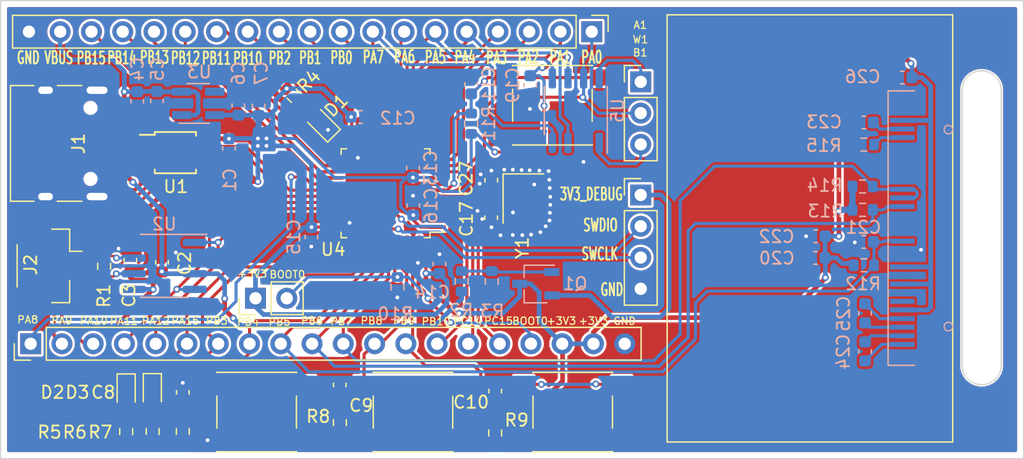
<source format=kicad_pcb>
(kicad_pcb (version 20211014) (generator pcbnew)
  (layers (0 "F.Cu" signal) (31 "B.Cu" signal) (34 "B.Paste" user) (35 "F.Paste" user) (36 "B.SilkS" user "B.Silkscreen") (37 "F.SilkS" user "F.Silkscreen") (38 "B.Mask" user) (39 "F.Mask" user) (44 "Edge.Cuts" user))
  (net 0 "")
  (net 1 "+3V3")
  (net 2 "GND")
  (net 3 "VBUS")
  (net 4 "/STM32_MinimumSystem/PB4")
  (net 5 "/STM32_MinimumSystem/PB8")
  (net 6 "/STM32_MinimumSystem/PB9")
  (net 7 "Net-(C11-Pad1)")
  (net 8 "/STM32_MinimumSystem/OSC_IN")
  (net 9 "/STM32_MinimumSystem/PB5")
  (net 10 "Net-(C23-Pad2)")
  (net 11 "Net-(C24-Pad1)")
  (net 12 "Net-(C24-Pad2)")
  (net 13 "Net-(C25-Pad1)")
  (net 14 "Net-(C25-Pad2)")
  (net 15 "/STM32_MinimumSystem/OSC_OUT")
  (net 16 "Net-(D1-Pad2)")
  (net 17 "/STM32_MinimumSystem/PA15")
  (net 18 "Net-(D2-Pad2)")
  (net 19 "/STM32_MinimumSystem/PB3")
  (net 20 "Net-(D3-Pad2)")
  (net 22 "/STM32_MinimumSystem/PB6")
  (net 23 "/STM32_MinimumSystem/PB7")
  (net 24 "Net-(DS1-Pad26)")
  (net 26 "/PORT&POWER/D+")
  (net 27 "/PORT&POWER/D-")
  (net 31 "/PORT&POWER/CAN+")
  (net 32 "/PORT&POWER/CAN-")
  (net 33 "/PORT&POWER/3V3_Debug")
  (net 34 "/STM32_MinimumSystem/PA13")
  (net 35 "/STM32_MinimumSystem/PA14")
  (net 36 "/STM32_MinimumSystem/PA0")
  (net 37 "/STM32_MinimumSystem/PA1")
  (net 38 "/STM32_MinimumSystem/PA2")
  (net 39 "/STM32_MinimumSystem/PA3")
  (net 40 "/STM32_MinimumSystem/PA4")
  (net 41 "/STM32_MinimumSystem/PA5")
  (net 42 "/STM32_MinimumSystem/PA6")
  (net 43 "/STM32_MinimumSystem/PA7")
  (net 44 "/STM32_MinimumSystem/PB0")
  (net 45 "/STM32_MinimumSystem/PB1")
  (net 46 "/STM32_MinimumSystem/PB2")
  (net 47 "/STM32_MinimumSystem/PB10")
  (net 48 "/STM32_MinimumSystem/PB11")
  (net 49 "/STM32_MinimumSystem/PB12")
  (net 50 "/STM32_MinimumSystem/PB13")
  (net 51 "/STM32_MinimumSystem/PB14")
  (net 52 "/STM32_MinimumSystem/PB15")
  (net 53 "/STM32_MinimumSystem/PA8")
  (net 54 "/STM32_MinimumSystem/PA9")
  (net 55 "/STM32_MinimumSystem/PA10")
  (net 56 "/STM32_MinimumSystem/PA11")
  (net 57 "/STM32_MinimumSystem/PA12")
  (net 58 "/STM32_MinimumSystem/PC13")
  (net 59 "/STM32_MinimumSystem/PC14")
  (net 60 "/STM32_MinimumSystem/PC15")
  (net 61 "/STM32_MinimumSystem/BOOT0")
  (net 62 "Net-(J7-Pad1)")
  (net 63 "Net-(J7-Pad3)")
  (net 64 "Net-(Q1-Pad1)")
  (footprint "Button_Switch_SMD:SW_Push_1P1T_NO_6x6mm_H9.5mm" (layer "F.Cu") (at 85.375 122.725 180)
    (fp_text reference "SW3" hide)
    (fp_text value "SW_Push")
  )
  (footprint "Button_Switch_SMD:SW_Push_1P1T_NO_6x6mm_H9.5mm" (layer "F.Cu") (at 59.7 122.725 180)
    (fp_text reference "SW1" hide)
    (fp_text value "SW_Push")
  )
  (footprint "Package_QFP:LQFP-48_7x7mm_P0.5mm" (layer "F.Cu") (at 70.17 104.95 180)
    (fp_text reference "U4")
    (fp_text value "STM32F103C8Tx")
  )
  (footprint "Connector_PinHeader_2.54mm:PinHeader_1x04_P2.54mm_Vertical" (layer "F.Cu") (at 90.9 105.09)
    (fp_text reference "J3" hide)
    (fp_text value "Conn_01x04")
  )
  (footprint "Connector_PinHeader_2.54mm:PinHeader_1x03_P2.54mm_Vertical" (layer "F.Cu") (at 90.9 95.9)
    (fp_text reference "J7" hide)
    (fp_text value "Conn_01x03")
  )
  (footprint "LED_SMD:LED_0603_1608Metric" (layer "F.Cu") (at 51.225 121.0875 -90)
    (fp_text reference "D3")
    (fp_text value "BLUE")
  )
  (footprint "Capacitor_SMD:C_0603_1608Metric" (layer "F.Cu") (at 66.45 120.52 90)
    (fp_text reference "C9")
    (fp_text value "C")
  )
  (footprint "Connector_PinHeader_2.54mm:PinHeader_1x20_P2.54mm_Vertical" (layer "F.Cu") (at 41.34 117.175 90)
    (fp_text reference "J5" hide)
    (fp_text value "Conn_01x20")
  )
  (footprint "Resistor_SMD:R_0603_1608Metric" (layer "F.Cu") (at 66.46 123.58 90)
    (fp_text reference "R8")
    (fp_text value "1K")
  )
  (footprint "Capacitor_SMD:C_0603_1608Metric" (layer "F.Cu") (at 79.075 121.025 90)
    (fp_text reference "C10")
    (fp_text value "C")
  )
  (footprint "LED_SMD:LED_0603_1608Metric" (layer "F.Cu") (at 49.1 121.1125 -90)
    (fp_text reference "D2")
    (fp_text value "GREEN")
  )
  (footprint "Connector_PinHeader_2.54mm:PinHeader_1x19_P2.54mm_Vertical" (layer "F.Cu") (at 86.92 91.825 -90)
    (fp_text reference "J4" hide)
    (fp_text value "Conn_01x19")
  )
  (footprint "Resistor_SMD:R_0603_1608Metric" (layer "F.Cu") (at 79.075 124.425 90)
    (fp_text reference "R9")
    (fp_text value "1K")
  )
  (footprint "LED_SMD:LED_0603_1608Metric" (layer "F.Cu") (at 64.93 99.23 135)
    (fp_text reference "D1")
    (fp_text value "RED")
  )
  (footprint "Resistor_SMD:R_0603_1608Metric" (layer "F.Cu") (at 49.1 124.3125 90)
    (fp_text reference "R5")
    (fp_text value "1K")
  )
  (footprint "Resistor_SMD:R_0603_1608Metric" (layer "F.Cu") (at 53.7 124.3 90)
    (fp_text reference "R7")
    (fp_text value "1K")
  )
  (footprint "Capacitor_SMD:C_0603_1608Metric" (layer "F.Cu") (at 52.01 110.56 90)
    (fp_text reference "C2")
    (fp_text value "100n")
  )
  (footprint "Crystal:Crystal_SMD_3225-4Pin_3.2x2.5mm" (layer "F.Cu") (at 81.37 105.38 -90)
    (fp_text reference "Y1")
    (fp_text value "12M")
  )
  (footprint "Capacitor_SMD:C_0603_1608Metric" (layer "F.Cu") (at 78.76 103.89 90)
    (fp_text reference "C27")
    (fp_text value "18p")
  )
  (footprint "Connector_PinHeader_2.54mm:PinHeader_1x02_P2.54mm_Vertical" (layer "F.Cu") (at 59.605 113.48 90)
    (fp_text reference "J6" hide)
    (fp_text value "Conn_01x02")
  )
  (footprint "NEW_Library:OLED" (layer "F.Cu") (at 93.044122 125.155 90)
    (fp_text reference "DS1" hide)
    (fp_text value "OLED-128O064D")
    (fp_line (start 6.25 23.95) (end 28.55 23.95) (layer "Edge.Cuts") (width 0.12))
    (fp_line (start 28.55 27.15) (end 6.25 27.15) (layer "Edge.Cuts") (width 0.12))
    (fp_arc (start 28.55 23.95) (mid 30.15088 25.55088) (end 28.55 27.151756) (layer "Edge.Cuts") (width 0.12))
    (fp_arc (start 6.25 27.15) (mid 4.64961 25.54961) (end 6.25 23.949219) (layer "Edge.Cuts") (width 0.12))
  )
  (footprint "Connector_JST:JST_GH_SM02B-GHS-TB_1x02-1MP_P1.25mm_Horizontal" (layer "F.Cu") (at 42.8 110.85 -90)
    (fp_text reference "J2")
    (fp_text value "Conn_01x02")
  )
  (footprint "Capacitor_SMD:C_0603_1608Metric" (layer "F.Cu") (at 49.44 110.39 90)
    (fp_text reference "C3")
    (fp_text value "100n")
  )
  (footprint "Resistor_SMD:R_0603_1608Metric" (layer "F.Cu") (at 51.25 124.3 90)
    (fp_text reference "R6")
    (fp_text value "1K")
  )
  (footprint "Package_SO:MSOP-10_3x3mm_P0.5mm" (layer "F.Cu") (at 53.1 101.65)
    (fp_text reference "U1")
    (fp_text value "CH340E")
  )
  (footprint "Capacitor_SMD:C_0603_1608Metric" (layer "F.Cu") (at 53.7 121.125 90)
    (fp_text reference "C8")
    (fp_text value "C")
  )
  (footprint "Resistor_SMD:R_0603_1608Metric" (layer "F.Cu") (at 47.31 110.88 -90)
    (fp_text reference "R1")
    (fp_text value "120R")
  )
  (footprint "Button_Switch_SMD:SW_Push_1P1T_NO_6x6mm_H9.5mm" (layer "F.Cu") (at 83.725 97.8 180)
    (fp_text reference "SW4" hide)
    (fp_text value "SW_Push")
  )
  (footprint "Connector_USB:USB_C_Receptacle_HRO_TYPE-C-31-M-12" (layer "F.Cu") (at 43.6 100.9 -90)
    (fp_text reference "J1")
    (fp_text value "USB_C_Receptacle_USB2.0")
  )
  (footprint "Button_Switch_SMD:SW_Push_1P1T_NO_6x6mm_H9.5mm" (layer "F.Cu") (at 72.4 122.725 180)
    (fp_text reference "SW2" hide)
    (fp_text value "SW_Push")
  )
  (footprint "Capacitor_SMD:C_0603_1608Metric" (layer "F.Cu") (at 78.75 106.935 90)
    (fp_text reference "C17")
    (fp_text value "18p")
  )
  (footprint "Resistor_SMD:R_0603_1608Metric" (layer "F.Cu") (at 62.72 97.03 -45)
    (fp_text reference "R4")
    (fp_text value "1K")
  )
  (footprint "Resistor_SMD:R_0603_1608Metric" (layer "B.Cu") (at 77.125 99.3 90)
    (fp_text reference "R11")
    (fp_text value "10K")
  )
  (footprint "Capacitor_SMD:C_0603_1608Metric" (layer "B.Cu") (at 58.21 97.83 90)
    (fp_text reference "C6")
    (fp_text value "10u")
  )
  (footprint "Capacitor_SMD:C_0603_1608Metric" (layer "B.Cu") (at 109.025 99.2)
    (fp_text reference "C23")
    (fp_text value "4.7u")
  )
  (footprint "Resistor_SMD:R_0603_1608Metric" (layer "B.Cu") (at 109.025 110.8)
    (fp_text reference "R12")
    (fp_text value "10K")
  )
  (footprint "Capacitor_SMD:C_0603_1608Metric" (layer "B.Cu") (at 72.4 102.9 90)
    (fp_text reference "C13")
    (fp_text value "100n")
  )
  (footprint "Package_SO:SOP-8_3.9x4.9mm_P1.27mm" (layer "B.Cu") (at 85.625 98.235 90)
    (fp_text reference "U5")
    (fp_text value "AD8400ARZ50")
  )
  (footprint "Package_SO:SOIC-8_3.9x4.9mm_P1.27mm" (layer "B.Cu") (at 52.2 110.85 180)
    (fp_text reference "U2")
    (fp_text value "TJA1051T-3")
  )
  (footprint "Capacitor_SMD:C_0603_1608Metric" (layer "B.Cu") (at 112.15 95.55)
    (fp_text reference "C26")
    (fp_text value "2.2u")
  )
  (footprint "Package_TO_SOT_SMD:SOT-23-5_HandSoldering" (layer "B.Cu") (at 54.95 97.65)
    (fp_text reference "U3")
    (fp_text value "HX9193")
  )
  (footprint "Resistor_SMD:R_0603_1608Metric" (layer "B.Cu") (at 108.925 106.3)
    (fp_text reference "R13")
    (fp_text value "4.7K")
  )
  (footprint "Capacitor_SMD:C_0603_1608Metric" (layer "B.Cu") (at 105.1 110.2 180)
    (fp_text reference "C20")
    (fp_text value "1u")
  )
  (footprint "Capacitor_SMD:C_0603_1608Metric" (layer "B.Cu") (at 51.6 97.45 -90)
    (fp_text reference "C5")
    (fp_text value "100n")
  )
  (footprint "Resistor_SMD:R_0603_1608Metric" (layer "B.Cu") (at 109.025 101)
    (fp_text reference "R15")
    (fp_text value "910K")
  )
  (footprint "Resistor_SMD:R_0603_1608Metric" (layer "B.Cu") (at 76.35 112.1 90)
    (fp_text reference "R2")
    (fp_text value "20K")
  )
  (footprint "Resistor_SMD:R_0603_1608Metric" (layer "B.Cu") (at 108.925 104.4)
    (fp_text reference "R14")
    (fp_text value "4.7K")
  )
  (footprint "Capacitor_SMD:C_0603_1608Metric" (layer "B.Cu") (at 109.125 117.8 90)
    (fp_text reference "C24")
    (fp_text value "1u")
  )
  (footprint "Capacitor_SMD:C_0603_1608Metric" (layer "B.Cu") (at 74.55 110.7 90)
    (fp_text reference "C14")
    (fp_text value "100n")
  )
  (footprint "Capacitor_SMD:C_0603_1608Metric" (layer "B.Cu") (at 81.925 96.175 -90)
    (fp_text reference "C19")
    (fp_text value "100n")
  )
  (footprint "Capacitor_SMD:C_0603_1608Metric" (layer "B.Cu") (at 109.025 108.9 180)
    (fp_text reference "C21")
    (fp_text value "1u")
  )
  (footprint "Capacitor_SMD:C_0603_1608Metric" (layer "B.Cu") (at 72.425 105.95 90)
    (fp_text reference "C16")
    (fp_text value "100n")
  )
  (footprint "Capacitor_SMD:C_0603_1608Metric" (layer "B.Cu") (at 59.86 97.85 90)
    (fp_text reference "C7")
    (fp_text value "100n")
  )
  (footprint "Capacitor_SMD:C_0603_1608Metric" (layer "B.Cu") (at 105.105 108.445 180)
    (fp_text reference "C22")
    (fp_text value "1u")
  )
  (footprint "Capacitor_SMD:C_0603_1608Metric" (layer "B.Cu") (at 68.15 98.75)
    (fp_text reference "C12")
    (fp_text value "100n")
  )
  (footprint "Capacitor_SMD:C_0603_1608Metric" (layer "B.Cu") (at 109.125 114.7 90)
    (fp_text reference "C25")
    (fp_text value "1u")
  )
  (footprint "Resistor_SMD:R_0603_1608Metric" (layer "B.Cu") (at 71.14 112.58 -90)
    (fp_text reference "R10")
    (fp_text value "10K")
  )
  (footprint "Capacitor_SMD:C_0603_1608Metric" (layer "B.Cu") (at 50 97.475 -90)
    (fp_text reference "C4")
    (fp_text value "10u")
  )
  (footprint "Capacitor_SMD:C_0603_1608Metric" (layer "B.Cu") (at 64.15 108.5 -90)
    (fp_text reference "C15")
    (fp_text value "100n")
  )
  (footprint "Capacitor_SMD:C_0603_1608Metric" (layer "B.Cu") (at 77.125 96.1 90)
    (fp_text reference "C11")
    (fp_text value "100n")
  )
  (footprint "Resistor_SMD:R_0603_1608Metric" (layer "B.Cu") (at 78.8 112.1 -90)
    (fp_text reference "R3")
    (fp_text value "20K")
  )
  (footprint "Package_TO_SOT_SMD:TSOT-23" (layer "B.Cu") (at 82.375 112.3 180)
    (fp_text reference "Q1")
    (fp_text value "Si2301")
  )
  (footprint "Capacitor_SMD:C_0603_1608Metric" (layer "B.Cu") (at 57.45 101.3 -90)
    (fp_text reference "C1")
    (fp_text value "100n")
  )
  (gr_line (start 38.9 89.3) (end 38.9 90.4) (layer "Edge.Cuts") (width 0.1))
  (gr_line (start 122 125.8) (end 122 126.5) (layer "Edge.Cuts") (width 0.1))
  (gr_line (start 122 89.8) (end 122 89.3) (layer "Edge.Cuts") (width 0.1))
  (gr_line (start 122 89.3) (end 39.1 89.3) (layer "Edge.Cuts") (width 0.1))
  (gr_line (start 122 125.8) (end 122 89.8) (layer "Edge.Cuts") (width 0.1))
  (gr_line (start 39 126.5) (end 38.9 126.5) (layer "Edge.Cuts") (width 0.1))
  (gr_line (start 39 126.5) (end 122 126.5) (layer "Edge.Cuts") (width 0.1))
  (gr_line (start 38.9 90.4) (end 38.9 126.4) (layer "Edge.Cuts") (width 0.1))
  (gr_line (start 39.1 89.3) (end 38.9 89.3) (layer "Edge.Cuts") (width 0.1))
  (gr_line (start 38.9 126.5) (end 38.9 126.4) (layer "Edge.Cuts") (width 0.1))
  (gr_text "W1" (at 90.88 92.46) (layer "F.SilkS") (effects (font (size 0.6 0.6) (thickness 0.1))))
  (gr_text "BOOT0" (at 81.91 115.33) (layer "F.SilkS") (effects (font (size 0.6 0.6) (thickness 0.1))))
  (gr_text "+3V3" (at 59.35 111.5) (layer "F.SilkS") (effects (font (size 0.6 0.6) (thickness 0.1))))
  (gr_text "PA9\n" (at 43.87 115.29) (layer "F.SilkS") (effects (font (size 0.6 0.6) (thickness 0.1))))
  (gr_text "PB10" (at 58.98 94) (layer "F.SilkS") (effects (font (size 1 0.6))))
  (gr_text "PA4" (at 76.63 93.91) (layer "F.SilkS") (effects (font (size 1 0.6))))
  (gr_text "BOOT0" (at 62.19 111.55) (layer "F.SilkS") (effects (font (size 0.6 0.6) (thickness 0.1))))
  (gr_text "PA5" (at 74.22 93.9) (layer "F.SilkS") (effects (font (size 1 0.6))))
  (gr_text "SWDIO" (at 87.63 107.54) (layer "F.SilkS") (effects (font (size 1 0.6))))
  (gr_text "VBUS\n" (at 43.63 93.94) (layer "F.SilkS") (effects (font (size 1 0.6))))
  (gr_text "GND" (at 41.15 93.94) (layer "F.SilkS") (effects (font (size 1 0.6))))
  (gr_text "+3V3" (at 84.45 115.32) (layer "F.SilkS") (effects (font (size 0.6 0.6) (thickness 0.1))))
  (gr_text "PC15" (at 79.35 115.33) (layer "F.SilkS") (effects (font (size 0.6 0.6) (thickness 0.1))))
  (gr_text "PA10" (at 46.47 115.31) (layer "F.SilkS") (effects (font (size 0.6 0.6) (thickness 0.1))))
  (gr_text "PB5" (at 61.56 115.4) (layer "F.SilkS") (effects (font (size 0.6 0.6) (thickness 0.1))))
  (gr_text "PB4" (at 59 115.4) (layer "F.SilkS") (effects (font (size 0.6 0.6) (thickness 0.1))))
  (gr_text "PA3" (at 79.19 93.95) (layer "F.SilkS") (effects (font (size 1 0.6))))
  (gr_text "PA7" (at 69.18 93.89) (layer "F.SilkS") (effects (font (size 1 0.6))))
  (gr_text "PB9" (at 71.67 115.31) (layer "F.SilkS") (effects (font (size 0.6 0.6) (thickness 0.1))))
  (gr_text "GND\n" (at 88.56 112.78) (layer "F.SilkS") (effects (font (size 1 0.6))))
  (gr_text "SWCLK\n" (at 87.58 109.88) (layer "F.SilkS") (effects (font (size 1 0.6))))
  (gr_text "PA11" (at 48.91 115.34) (layer "F.SilkS") (effects (font (size 0.6 0.6) (thickness 0.1))))
  (gr_text "PA0" (at 86.92 93.9) (layer "F.SilkS") (effects (font (size 1 0.6))))
  (gr_text "PA15\n" (at 53.9 115.31) (layer "F.SilkS") (effects (font (size 0.6 0.6) (thickness 0.1))))
  (gr_text "PB1" (at 64.05 93.95) (layer "F.SilkS") (effects (font (size 1 0.6))))
  (gr_text "PA8" (at 41.1 115.22) (layer "F.SilkS") (effects (font (size 0.6 0.6) (thickness 0.1))))
  (gr_text "PB8" (at 69.04 115.31) (layer "F.SilkS") (effects (font (size 0.6 0.6) (thickness 0.1))))
  (gr_text "PB0" (at 66.59 93.94) (layer "F.SilkS") (effects (font (size 1 0.6))))
  (gr_text "PB10" (at 74.28 115.37) (layer "F.SilkS") (effects (font (size 0.6 0.6) (thickness 0.1))))
  (gr_text "PB14" (at 48.75 93.95) (layer "F.SilkS") (effects (font (size 1 0.6))))
  (gr_text "PB13" (at 51.4 93.91) (layer "F.SilkS") (effects (font (size 1 0.6))))
  (gr_text "PB12" (at 53.92 93.97) (layer "F.SilkS") (effects (font (size 1 0.6))))
  (gr_text "PA1" (at 84.34 93.9) (layer "F.SilkS") (effects (font (size 1 0.6))))
  (gr_text "PB6\n" (at 64.2 115.31) (layer "F.SilkS") (effects (font (size 0.6 0.6) (thickness 0.1))))
  (gr_text "PB2\n" (at 61.58 93.98) (layer "F.SilkS") (effects (font (size 1 0.6))))
  (gr_text "PA2" (at 81.77 93.91) (layer "F.SilkS") (effects (font (size 1 0.6))))
  (gr_text "+3V3" (at 87.06 115.32) (layer "F.SilkS") (effects (font (size 0.6 0.6) (thickness 0.1))))
  (gr_text "PB7\n" (at 66.58 115.35) (layer "F.SilkS") (effects (font (size 0.6 0.6) (thickness 0.1))))
  (gr_text "A1" (at 90.86 91.28) (layer "F.SilkS") (effects (font (size 0.6 0.6) (thickness 0.1))))
  (gr_text "GND" (at 89.59 115.33) (layer "F.SilkS") (effects (font (size 0.6 0.6) (thickness 0.1))))
  (gr_text "PC14" (at 76.85 115.36) (layer "F.SilkS") (effects (font (size 0.6 0.6) (thickness 0.1))))
  (gr_text "PB3" (at 56.47 115.31) (layer "F.SilkS") (effects (font (size 0.6 0.6) (thickness 0.1))))
  (gr_text "B1\n" (at 90.86 93.53) (layer "F.SilkS") (effects (font (size 0.6 0.6) (thickness 0.1))))
  (gr_text "PB11" (at 56.44 93.99) (layer "F.SilkS") (effects (font (size 1 0.6))))
  (gr_text "PA6" (at 71.71 93.86) (layer "F.SilkS") (effects (font (size 1 0.6))))
  (gr_text "3V3_DEBUG\n" (at 86.89 105.02) (layer "F.SilkS") (effects (font (size 1 0.6))))
  (gr_text "PA12" (at 51.51 115.32) (layer "F.SilkS") (effects (font (size 0.6 0.6) (thickness 0.1))))
  (gr_text "PB15\n" (at 46.26 93.97) (layer "F.SilkS") (effects (font (size 1 0.6))))
  (segment (start 53.05 104) (end 59.8 104) (width 0.381) (layer "F.Cu") (net 1))
  (segment (start 81.075 123.25) (end 79.075 125.25) (width 0.381) (layer "F.Cu") (net 1))
  (segment (start 72.4 103.675) (end 74.3075 103.675) (width 0.25) (layer "F.Cu") (net 1))
  (segment (start 47.7 124.8) (end 48.0375 125.1375) (width 0.381) (layer "F.Cu") (net 1))
  (segment (start 107 106.4) (end 107 95.8) (width 0.381) (layer "F.Cu") (net 1))
  (segment (start 62.136637 96.446637) (end 61.896637 96.446637) (width 0.381) (layer "F.Cu") (net 1))
  (segment (start 49.65 112.01) (end 49.44 111.8) (width 0.381) (layer "F.Cu") (net 1))
  (segment (start 82.25 101.6) (end 79.05 101.6) (width 0.25) (layer "F.Cu") (net 1))
  (segment (start 72.92 109.1125) (end 72.92 109.82) (width 0.25) (layer "F.Cu") (net 1))
  (segment (start 105.9 111.85) (end 105.9 111.8) (width 0.381) (layer "F.Cu") (net 1))
  (segment (start 50.235 111.165) (end 50.75 110.65) (width 0.381) (layer "F.Cu") (net 1))
  (segment (start 50.75 106.3) (end 53.05 104) (width 0.381) (layer "F.Cu") (net 1))
  (segment (start 73.45 112.33) (end 73.45 111.45) (width 0.381) (layer "F.Cu") (net 1))
  (segment (start 88.25 115.05) (end 102.7 115.05) (width 0.381) (layer "F.Cu") (net 1))
  (segment (start 66.45 124.575) (end 66.45 124.3) (width 0.381) (layer "F.Cu") (net 1))
  (segment (start 72.425 106.725) (end 72.425 107.125) (width 0.25) (layer "F.Cu") (net 1))
  (segment (start 73.45 110.35) (end 73.45 111.45) (width 0.25) (layer "F.Cu") (net 1))
  (segment (start 82.9 94.75) (end 83.2 94.75) (width 0.25) (layer "F.Cu") (net 1))
  (segment (start 51.25 125.125) (end 53.7 125.125) (width 0.381) (layer "F.Cu") (net 1))
  (segment (start 84.55 117.205) (end 84.55 120.2) (width 0.381) (layer "F.Cu") (net 1))
  (segment (start 72.425 107.125) (end 73 107.7) (width 0.25) (layer "F.Cu") (net 1))
  (segment (start 87.06 117.175) (end 87.06 116.24) (width 0.381) (layer "F.Cu") (net 1))
  (segment (start 47.7 116.33) (end 47.7 124.8) (width 0.381) (layer "F.Cu") (net 1))
  (segment (start 51.05 112.01) (end 49.65 112.01) (width 0.381) (layer "F.Cu") (net 1))
  (segment (start 55.3 102.15) (end 57.95 102.15) (width 0.25) (layer "F.Cu") (net 1))
  (segment (start 75.82 114.7) (end 73.45 112.33) (width 0.381) (layer "F.Cu") (net 1))
  (segment (start 57.45 100.525) (end 55.275 100.525) (width 0.381) (layer "F.Cu") (net 1))
  (segment (start 77.425 123.6) (end 79.075 125.25) (width 0.381) (layer "F.Cu") (net 1))
  (segment (start 51.295 112.755) (end 51.275 112.755) (width 0.381) (layer "F.Cu") (net 1))
  (segment (start 107 108.45) (end 107 106.4) (width 0.381) (layer "F.Cu") (net 1))
  (segment (start 62.136637 96.446637) (end 62.136637 96.286637) (width 0.381) (layer "F.Cu") (net 1))
  (segment (start 67.15 123.6) (end 77.425 123.6) (width 0.381) (layer "F.Cu") (net 1))
  (segment (start 67.42 100.7875) (end 67.42 98.795) (width 0.25) (layer "F.Cu") (net 1))
  (segment (start 83.05 97.85) (end 83.05 100.8) (width 0.25) (layer "F.Cu") (net 1))
  (segment (start 49.44 111.165) (end 50.235 111.165) (width 0.381) (layer "F.Cu") (net 1))
  (segment (start 84.55 120.2) (end 81.5 123.25) (width 0.381) (layer "F.Cu") (net 1))
  (segment (start 66.45 124.3) (end 67.15 123.6) (width 0.381) (layer "F.Cu") (net 1))
  (segment (start 51.295 112.255) (end 51.05 112.01) (width 0.381) (layer "F.Cu") (net 1))
  (segment (start 51.295 112.755) (end 51.295 112.255) (width 0.381) (layer "F.Cu") (net 1))
  (segment (start 49.1 125.1375) (end 51.2375 125.1375) (width 0.381) (layer "F.Cu") (net 1))
  (segment (start 107 95.8) (end 108.7 94.1) (width 0.381) (layer "F.Cu") (net 1))
  (segment (start 73 107.7) (end 74.3325 107.7) (width 0.25) (layer "F.Cu") (net 1))
  (segment (start 48.0375 125.1375) (end 49.1 125.1375) (width 0.381) (layer "F.Cu") (net 1))
  (segment (start 74.3075 103.675) (end 74.3325 103.7) (width 0.25) (layer "F.Cu") (net 1))
  (segment (start 72.92 109.82) (end 73.45 110.35) (width 0.25) (layer "F.Cu") (net 1))
  (segment (start 76.15 114.7) (end 75.82 114.7) (width 0.381) (layer "F.Cu") (net 1))
  (segment (start 108.7 94.1) (end 112.55 94.1) (width 0.381) (layer "F.Cu") (net 1))
  (segment (start 57.95 102.15) (end 59.8 104) (width 0.25) (layer "F.Cu") (net 1))
  (segment (start 67.42 98.795) (end 67.375 98.75) (width 0.25) (layer "F.Cu") (net 1))
  (segment (start 49.44 111.8) (end 49.44 111.165) (width 0.381) (layer "F.Cu") (net 1))
  (segment (start 87.06 116.24) (end 88.25 115.05) (width 0.381) (layer "F.Cu") (net 1))
  (segment (start 83.05 100.8) (end 82.25 101.6) (width 0.25) (layer "F.Cu") (net 1))
  (segment (start 112.55 94.1) (end 112.85 94.4) (width 0.381) (layer "F.Cu") (net 1))
  (segment (start 51.2375 125.1375) (end 51.25 125.125) (width 0.381) (layer "F.Cu") (net 1))
  (segment (start 81.5 123.25) (end 81.075 123.25) (width 0.381) (layer "F.Cu") (net 1))
  (segment (start 102.7 115.05) (end 105.9 111.85) (width 0.381) (layer "F.Cu") (net 1))
  (segment (start 66.0075 107.7) (end 64.15 107.7) (width 0.25) (layer "F.Cu") (net 1))
  (segment (start 51.275 112.755) (end 47.7 116.33) (width 0.381) (layer "F.Cu") (net 1))
  (segment (start 83.2 94.75) (end 84.05 93.9) (width 0.25) (layer "F.Cu") (net 1))
  (segment (start 84.05 93.9) (end 84.95 93.9) (width 0.25) (layer "F.Cu") (net 1))
  (segment (start 50.75 110.65) (end 50.75 106.3) (width 0.381) (layer "F.Cu") (net 1))
  (via (at 76.15 114.7) (size 0.5588) (drill 0.3048) (layers "F.Cu" "B.Cu") (net 1))
  (via (at 105.9 111.8) (size 0.5588) (drill 0.3048) (layers "F.Cu" "B.Cu") (net 1))
  (via (at 79.05 101.6) (size 0.5588) (drill 0.3048) (layers "F.Cu" "B.Cu") (net 1))
  (via (at 59.8 101.1) (size 0.5588) (drill 0.3048) (layers "F.Cu" "B.Cu") (net 1))
  (via (at 51.295 112.755) (size 0.5588) (drill 0.3048) (layers "F.Cu" "B.Cu") (net 1))
  (via (at 72.4 103.675) (size 0.5588) (drill 0.3048) (layers "F.Cu" "B.Cu") (net 1))
  (via (at 72.425 106.725) (size 0.5588) (drill 0.3048) (layers "F.Cu" "B.Cu") (net 1))
  (via (at 57.45 100.525) (size 0.5588) (drill 0.3048) (layers "F.Cu" "B.Cu") (net 1))
  (via (at 59.8 100.5) (size 0.5588) (drill 0.3048) (layers "F.Cu" "B.Cu") (net 1))
  (via (at 62.136637 96.446637) (size 0.5588) (drill 0.3048) (layers "F.Cu" "B.Cu") (net 1))
  (via (at 59.8 104) (size 0.5588) (drill 0.3048) (layers "F.Cu" "B.Cu") (net 1))
  (via (at 107 108.45) (size 0.5588) (drill 0.3048) (layers "F.Cu" "B.Cu") (net 1))
  (via (at 67.375 98.75) (size 0.5588) (drill 0.3048) (layers "F.Cu" "B.Cu") (net 1))
  (via (at 60.5 100.5) (size 0.5588) (drill 0.3048) (layers "F.Cu" "B.Cu") (net 1))
  (via (at 82.9 94.75) (size 0.5588) (drill 0.3048) (layers "F.Cu" "B.Cu") (net 1))
  (via (at 107 106.4) (size 0.5588) (drill 0.3048) (layers "F.Cu" "B.Cu") (net 1))
  (via (at 84.95 93.9) (size 0.5588) (drill 0.3048) (layers "F.Cu" "B.Cu") (net 1))
  (via (at 112.85 94.4) (size 0.5588) (drill 0.3048) (layers "F.Cu" "B.Cu") (net 1))
  (via (at 83.05 97.85) (size 0.5588) (drill 0.3048) (layers "F.Cu" "B.Cu") (net 1))
  (via (at 73.45 111.45) (size 0.5588) (drill 0.3048) (layers "F.Cu" "B.Cu") (net 1))
  (via (at 60.5 101.1) (size 0.5588) (drill 0.3048) (layers "F.Cu" "B.Cu") (net 1))
  (via (at 64.15 107.7) (size 0.5588) (drill 0.3048) (layers "F.Cu" "B.Cu") (net 1))
  (segment (start 74.55 111.475) (end 73.475 111.475) (width 0.381) (layer "B.Cu") (net 1))
  (segment (start 114.32 112.33) (end 114.45 112.2) (width 0.381) (layer "B.Cu") (net 1))
  (segment (start 65.071637 96.446637) (end 67.375 98.75) (width 0.381) (layer "B.Cu") (net 1))
  (segment (start 71.4 106.05) (end 72.075 106.725) (width 0.25) (layer "B.Cu") (net 1))
  (segment (start 76.15 114.7) (end 79.7 114.7) (width 0.381) (layer "B.Cu") (net 1))
  (segment (start 73.675 103.675) (end 74.8 104.8) (width 0.25) (layer "B.Cu") (net 1))
  (segment (start 66.025 103.675) (end 72.4 103.675) (width 0.25) (layer "B.Cu") (net 1))
  (segment (start 75.17 113.87) (end 75.17 112.095) (width 0.381) (layer "B.Cu") (net 1))
  (segment (start 73.475 111.475) (end 73.45 111.45) (width 0.381) (layer "B.Cu") (net 1))
  (segment (start 61.25 98.1) (end 61 98.35) (width 0.381) (layer "B.Cu") (net 1))
  (segment (start 60.25 114.8) (end 74.24 114.8) (width 0.381) (layer "B.Cu") (net 1))
  (segment (start 58.21 98.605) (end 59.84 98.605) (width 0.381) (layer "B.Cu") (net 1))
  (segment (start 71.4 104.15) (end 71.4 106.05) (width 0.25) (layer "B.Cu") (net 1))
  (segment (start 79.7 114.7) (end 81.065 113.335) (width 0.381) (layer "B.Cu") (net 1))
  (segment (start 82.65 95.4) (end 83.05 95.8) (width 0.25) (layer "B.Cu") (net 1))
  (segment (start 81.065 112.3) (end 81.95 112.3) (width 0.381) (layer "B.Cu") (net 1))
  (segment (start 114.42 110.93) (end 114.45 110.9) (width 0.381) (layer "B.Cu") (net 1))
  (segment (start 82 95.4) (end 81.925 95.4) (width 0.25) (layer "B.Cu") (net 1))
  (segment (start 56.3 98.6) (end 58.205 98.6) (width 0.381) (layer "B.Cu") (net 1))
  (segment (start 114.45 99) (end 114.45 110.9) (width 0.381) (layer "B.Cu") (net 1))
  (segment (start 71.875 103.675) (end 71.4 104.15) (width 0.25) (layer "B.Cu") (net 1))
  (segment (start 72.4 103.675) (end 71.875 103.675) (width 0.25) (layer "B.Cu") (net 1))
  (segment (start 108.1 106.3) (end 108.1 104.4) (width 0.508) (layer "B.Cu") (net 1))
  (segment (start 107.25 110.65) (end 108.05 110.65) (width 0.381) (layer "B.Cu") (net 1))
  (segment (start 59.605 113.48) (end 59.605 114.155) (width 0.381) (layer "B.Cu") (net 1))
  (segment (start 114.45 110.9) (end 114.45 112.2) (width 0.381) (layer "B.Cu") (net 1))
  (segment (start 59.605 113.48) (end 59.605 111.645) (width 0.381) (layer "B.Cu") (net 1))
  (segment (start 62.14 96.45) (end 62.136637 96.446637) (width 0.381) (layer "B.Cu") (net 1))
  (segment (start 77.125 100.125) (end 77.575 100.125) (width 0.25) (layer "B.Cu") (net 1))
  (segment (start 61.25 98.1) (end 61.25 97.35) (width 0.381) (layer "B.Cu") (net 1))
  (segment (start 105.875 110.2) (end 106.8 110.2) (width 0.381) (layer "B.Cu") (net 1))
  (segment (start 64.15 102.6) (end 64.15 107.725) (width 0.381) (layer "B.Cu") (net 1))
  (segment (start 74.24 114.8) (end 75.17 113.87) (width 0.381) (layer "B.Cu") (net 1))
  (segment (start 75.17 112.095) (end 74.55 111.475) (width 0.381) (layer "B.Cu") (net 1))
  (segment (start 72.075 106.725) (end 72.425 106.725) (width 0.25) (layer "B.Cu") (net 1))
  (segment (start 112.144122 99.03) (end 114.42 99.03) (width 0.381) (layer "B.Cu") (net 1))
  (segment (start 49.725 112.755) (end 51.295 112.755) (width 0.381) (layer "B.Cu") (net 1))
  (segment (start 61 98.35) (end 61 98.65) (width 0.381) (layer "B.Cu") (net 1))
  (segment (start 57.45 100.525) (end 57.475 100.5) (width 0.381) (layer "B.Cu") (net 1))
  (segment (start 114.45 112.2) (end 114.45 114.2) (width 0.381) (layer "B.Cu") (net 1))
  (segment (start 81.95 112.3) (end 82.65 113) (width 0.381) (layer "B.Cu") (net 1))
  (segment (start 112.925 94.475) (end 112.85 94.4) (width 0.381) (layer "B.Cu") (net 1))
  (segment (start 114.45 114.2) (end 114.22 114.43) (width 0.381) (layer "B.Cu") (net 1))
  (segment (start 105.88 108.445) (end 105.88 108.24) (width 0.508) (layer "B.Cu") (net 1))
  (segment (start 77.575 100.125) (end 79.05 101.6) (width 0.25) (layer "B.Cu") (net 1))
  (segment (start 62.15 96.45) (end 62.14 96.45) (width 0.381) (layer "B.Cu") (net 1))
  (segment (start 77.125 104.125) (end 77.125 100.125) (width 0.25) (layer "B.Cu") (net 1))
  (segment (start 59.605 114.155) (end 60.25 114.8) (width 0.381) (layer "B.Cu") (net 1))
  (segment (start 82.65 113) (end 82.65 115.305) (width 0.381) (layer "B.Cu") (net 1))
  (segment (start 105.875 110.2) (end 105.875 108.45) (width 0.381) (layer "B.Cu") (net 1))
  (segment (start 60.5 101.1) (end 62.65 101.1) (width 0.381) (layer "B.Cu") (net 1))
  (segment (start 60.5 100.5) (end 62.85 100.5) (width 0.25) (layer "B.Cu") (net 1))
  (segment (start 84.52 117.175) (end 87.06 117.175) (width 0.381) (layer "B.Cu") (net 1))
  (segment (start 61.25 97.35) (end 62.15 96.45) (width 0.381) (layer "B.Cu") (net 1))
  (segment (start 83.05 95.8) (end 83.05 97.85) (width 0.25) (layer "B.Cu") (net 1))
  (segment (start 58.205 98.6) (end 58.21 98.605) (width 0.381) (layer "B.Cu") (net 1))
  (segment (start 84.99 93.94) (end 84.99 95.61) (width 0.25) (layer "B.Cu") (net 1))
  (segment (start 114.22 114.43) (end 112.144122 114.43) (width 0.381) (layer "B.Cu") (net 1))
  (segment (start 59.84 98.605) (end 59.86 98.625) (width 0.381) (layer "B.Cu") (net 1))
  (segment (start 62.65 101.1) (end 64.15 102.6) (width 0.381) (layer "B.Cu") (net 1))
  (segment (start 108.05 110.65) (end 108.2 110.8) (width 0.381) (layer "B.Cu") (net 1))
  (segment (start 105.9 110.225) (end 105.875 110.2) (width 0.381) (layer "B.Cu") (net 1))
  (segment (start 106.8 110.2) (end 107.25 110.65) (width 0.381) (layer "B.Cu") (net 1))
  (segment (start 82.9 94.75) (end 82.65 94.75) (width 0.25) (layer "B.Cu") (net 1))
  (segment (start 105.9 111.8) (end 105.9 110.225) (width 0.381) (layer "B.Cu") (net 1))
  (segment (start 59.8 104) (end 59.8 101.1) (width 0.381) (layer "B.Cu") (net 1))
  (segment (start 84.95 93.9) (end 84.99 93.94) (width 0.25) (layer "B.Cu") (net 1))
  (segment (start 112.925 95.55) (end 113.75 95.55) (width 0.381) (layer "B.Cu") (net 1))
  (segment (start 51.3 112.75) (end 51.295 112.755) (width 0.381) (layer "B.Cu") (net 1))
  (segment (start 82.65 94.75) (end 82 95.4) (width 0.25) (layer "B.Cu") (net 1))
  (segment (start 81.925 95.4) (end 82.65 95.4) (width 0.25) (layer "B.Cu") (net 1))
  (segment (start 63.525 107.725) (end 64.15 107.725) (width 0.381) (layer "B.Cu") (net 1))
  (segment (start 81.065 113.335) (end 81.065 112.3) (width 0.381) (layer "B.Cu") (net 1))
  (segment (start 84.52 117.175) (end 84.55 117.205) (width 0.381) (layer "B.Cu") (net 1))
  (segment (start 113.75 95.55) (end 114.45 96.25) (width 0.381) (layer "B.Cu") (net 1))
  (segment (start 112.144122 112.33) (end 114.32 112.33) (width 0.381) (layer "B.Cu") (net 1))
  (segment (start 59.605 111.645) (end 63.525 107.725) (width 0.381) (layer "B.Cu") (net 1))
  (segment (start 62.85 100.5) (end 66.025 103.675) (width 0.25) (layer "B.Cu") (net 1))
  (segment (start 72.4 103.675) (end 73.675 103.675) (width 0.25) (layer "B.Cu") (net 1))
  (segment (start 74.8 104.8) (end 76.45 104.8) (width 0.25) (layer "B.Cu") (net 1))
  (segment (start 57.475 100.5) (end 59.8 100.5) (width 0.381) (layer "B.Cu") (net 1))
  (segment (start 82.65 115.305) (end 84.52 117.175) (width 0.381) (layer "B.Cu") (net 1))
  (segment (start 112.925 95.55) (end 112.925 94.475) (width 0.381) (layer "B.Cu") (net 1))
  (segment (start 112.164122 112.35) (end 112.144122 112.33) (width 0.381) (layer "B.Cu") (net 1))
  (segment (start 114.42 99.03) (end 114.45 99) (width 0.381) (layer "B.Cu") (net 1))
  (segment (start 112.144122 110.93) (end 114.42 110.93) (width 0.381) (layer "B.Cu") (net 1))
  (segment (start 114.45 96.25) (end 114.45 99) (width 0.381) (layer "B.Cu") (net 1))
  (segment (start 62.136637 96.446637) (end 65.071637 96.446637) (width 0.381) (layer "B.Cu") (net 1))
  (segment (start 106.995 108.445) (end 107 108.45) (width 0.381) (layer "B.Cu") (net 1))
  (segment (start 76.45 104.8) (end 77.125 104.125) (width 0.25) (layer "B.Cu") (net 1))
  (segment (start 107.1 106.3) (end 107 106.4) (width 0.508) (layer "B.Cu") (net 1))
  (segment (start 108.1 106.3) (end 107.1 106.3) (width 0.508) (layer "B.Cu") (net 1))
  (segment (start 105.88 108.445) (end 106.995 108.445) (width 0.381) (layer "B.Cu") (net 1))
  (segment (start 79.81 103.03) (end 80.51 103.03) (width 0.381) (layer "F.Cu") (net 2))
  (segment (start 81.99 108.31) (end 81.32 108.31) (width 0.381) (layer "F.Cu") (net 2))
  (segment (start 83.42 103.81) (end 83.47 103.86) (width 0.381) (layer "F.Cu") (net 2))
  (segment (start 78.77 103.11) (end 79.73 103.11) (width 0.381) (layer "F.Cu") (net 2))
  (segment (start 82.75 108.11) (end 82.19 108.11) (width 0.381) (layer "F.Cu") (net 2))
  (segment (start 72.42 109.1125) (end 72.42 110.22) (width 0.25) (layer "F.Cu") (net 2))
  (segment (start 81.28 108.35) (end 80.52 108.35) (width 0.381) (layer "F.Cu") (net 2))
  (segment (start 66.0075 107.2) (end 67.1 107.2) (width 0.25) (layer "F.Cu") (net 2))
  (segment (start 81.32 108.31) (end 81.28 108.35) (width 0.381) (layer "F.Cu") (net 2))
  (segment (start 49.44 109.615) (end 48.685 109.615) (width 0.25) (layer "F.Cu") (net 2))
  (segment (start 79.51 108.36) (end 79.42 108.36) (width 0.381) (layer "F.Cu") (net 2))
  (segment (start 72.95 104.2) (end 72.4 104.75) (width 0.25) (layer "F.Cu") (net 2))
  (segment (start 80.51 103.03) (end 81.19 103.03) (width 0.381) (layer "F.Cu") (net 2))
  (segment (start 48.52 109.45) (end 48.48 109.45) (width 0.25) (layer "F.Cu") (net 2))
  (segment (start 67.92 100.7875) (end 67.92 102.07) (width 0.25) (layer "F.Cu") (net 2))
  (segment (start 83.49 107.32) (end 83.18 107.63) (width 0.381) (layer "F.Cu") (net 2))
  (segment (start 83.18 107.63) (end 82.75 108.06) (width 0.381) (layer "F.Cu") (net 2))
  (segment (start 83.51 105.2) (end 83.55 105.24) (width 0.381) (layer "F.Cu") (net 2))
  (segment (start 72.42 110.22) (end 72.8 110.6) (width 0.25) (layer "F.Cu") (net 2))
  (segment (start 83.51 104.52) (end 83.51 105.2) (width 0.381) (layer "F.Cu") (net 2))
  (segment (start 67.1 107.2) (end 67.25 107.35) (width 0.25) (layer "F.Cu") (net 2))
  (segment (start 82.75 108.06) (end 82.75 108.11) (width 0.381) (layer "F.Cu") (net 2))
  (segment (start 81.88 103.08) (end 82.64 103.08) (width 0.381) (layer "F.Cu") (net 2))
  (segment (start 48.685 109.615) (end 48.64 109.57) (width 0.25) (layer "F.Cu") (net 2))
  (segment (start 83.47 104.48) (end 83.51 104.52) (width 0.381) (layer "F.Cu") (net 2))
  (segment (start 82.64 103.08) (end 82.67 103.11) (width 0.381) (layer "F.Cu") (net 2))
  (segment (start 53.105 109.785) (end 53.13 109.76) (width 0.25) (layer "F.Cu") (net 2))
  (segment (start 83.47 103.86) (end 83.47 104.48) (width 0.381) (layer "F.Cu") (net 2))
  (segment (start 83.42 103.15) (end 83.42 103.81) (width 0.381) (layer "F.Cu") (net 2))
  (segment (start 82.19 108.11) (end 81.99 108.31) (width 0.381) (layer "F.Cu") (net 2))
  (segment (start 72.4 104.75) (end 72.4 105.15) (width 0.25) (layer "F.Cu") (net 2))
  (segment (start 80.49 108.36) (end 80.51 108.34) (width 0.381) (layer "F.Cu") (net 2))
  (segment (start 79.73 103.11) (end 79.81 103.03) (width 0.381) (layer "F.Cu") (net 2))
  (segment (start 74.3325 104.2) (end 72.95 104.2) (width 0.25) (layer "F.Cu") (net 2))
  (segment (start 78.195 103.115) (end 78.76 103.115) (width 0.381) (layer "F.Cu") (net 2))
  (segment (start 65.486847 99.786847) (end 65.5 99.773694) (width 0.25) (layer "F.Cu") (net 2))
  (segment (start 67.95 102.1) (end 67.92 102.07) (width 0.25) (layer "F.Cu") (net 2))
  (segment (start 78.75 107.71) (end 78.69 107.71) (width 0.381) (layer "F.Cu") (net 2))
  (segment (start 79.51 108.36) (end 80.49 108.36) (width 0.381) (layer "F.Cu") (net 2))
  (segment (start 82.67 103.11) (end 83.38 103.11) (width 0.381) (layer "F.Cu") (net 2))
  (segment (start 81.19 103.03) (end 81.22 103.06) (width 0.381) (layer "F.Cu") (net 2))
  (segment (start 83.55 105.24) (end 83.55 105.89) (width 0.381) (layer "F.Cu") (net 2))
  (segment (start 81.22 103.06) (end 81.24 103.08) (width 0.381) (layer "F.Cu") (net 2))
  (segment (start 77.64 106.66) (end 77.64 106.38) (width 0.381) (layer "F.Cu") (net 2))
  (segment (start 81.24 103.08) (end 81.88 103.08) (width 0.381) (layer "F.Cu") (net 2))
  (segment (start 78.02 107.04) (end 77.64 106.66) (width 0.381) (layer "F.Cu") (net 2))
  (segment (start 78.69 107.71) (end 78.02 107.04) (width 0.381) (layer "F.Cu") (net 2))
  (segment (start 83.55 105.89) (end 83.55 106.51) (width 0.381) (layer "F.Cu") (net 2))
  (segment (start 52.01 109.785) (end 53.105 109.785) (width 0.25) (layer "F.Cu") (net 2))
  (segment (start 77.82 104.17) (end 77.9 104.09) (width 0.381) (layer "F.Cu") (net 2))
  (segment (start 77.9 103.41) (end 78.195 103.115) (width 0.381) (layer "F.Cu") (net 2))
  (segment (start 83.55 106.51) (end 83.52 106.54) (width 0.381) (layer "F.Cu") (net 2))
  (segment (start 83.49 107.16) (end 83.49 107.32) (width 0.381) (layer "F.Cu") (net 2))
  (segment (start 80.52 108.35) (end 80.51 108.34) (width 0.381) (layer "F.Cu") (net 2))
  (segment (start 83.52 106.54) (end 83.52 107.13) (width 0.381) (layer "F.Cu") (net 2))
  (segment (start 65.5 99.773694) (end 65.5 99.75) (width 0.25) (layer "F.Cu") (net 2))
  (segment (start 83.52 107.13) (end 83.49 107.16) (width 0.381) (layer "F.Cu") (net 2))
  (segment (start 79.42 108.36) (end 78.77 107.71) (width 0.381) (layer "F.Cu") (net 2))
  (segment (start 48.64 109.57) (end 48.52 109.45) (width 0.25) (layer "F.Cu") (net 2))
  (segment (start 83.38 103.11) (end 83.42 103.15) (width 0.381) (layer "F.Cu") (net 2))
  (segment (start 77.9 104.09) (end 77.9 103.41) (width 0.381) (layer "F.Cu") (net 2))
  (via (at 86.25 102.4) (size 0.5588) (drill 0.3048) (layers "F.Cu" "B.Cu") (net 2))
  (via (at 80.52 106.51) (size 0.5588) (drill 0.3048) (layers "F.Cu" "B.Cu") (net 2))
  (via (at 104.33 108.44) (size 0.5588) (drill 0.3048) (layers "F.Cu" "B.Cu") (net 2))
  (via (at 82.75 108.11) (size 0.5588) (drill 0.3048) (layers "F.Cu" "B.Cu") (net 2))
  (via (at 79.51 108.36) (size 0.5588) (drill 0.3048) (layers "F.Cu" "B.Cu") (net 2))
  (via (at 81.28 108.35) (size 0.5588) (drill 0.3048) (layers "F.Cu" "B.Cu") (net 2))
  (via (at 72.4 105.15) (size 0.5588) (drill 0.3048) (layers "F.Cu" "B.Cu") (net 2))
  (via (at 80.51 108.34) (size 0.5588) (drill 0.3048) (layers "F.Cu" "B.Cu") (net 2))
  (via (at 83.55 105.89) (size 0.5588) (drill 0.3048) (layers "F.Cu" "B.Cu") (net 2))
  (via (at 53.7 120.35) (size 0.5588) (drill 0.3048) (layers "F.Cu" "B.Cu") (net 2))
  (via (at 81.88 103.08) (size 0.5588) (drill 0.3048) (layers "F.Cu" "B.Cu") (net 2))
  (via (at 64.14 109.28) (size 0.5588) (drill 0.3048) (layers "F.Cu" "B.Cu") (net 2))
  (via (at 67.25 107.35) (size 0.5588) (drill 0.3048) (layers "F.Cu" "B.Cu") (net 2))
  (via (at 82.25 104.24) (size 0.5588) (drill 0.3048) (layers "F.Cu" "B.Cu") (net 2))
  (via (at 53.13 109.76) (size 0.5588) (drill 0.3048) (layers "F.Cu" "B.Cu") (net 2))
  (via (at 72.8 110.6) (size 0.5588) (drill 0.3048) (layers "F.Cu" "B.Cu") (net 2))
  (via (at 74.55 109.9) (size 0.5588) (drill 0.3048) (layers "F.Cu" "B.Cu") (net 2))
  (via (at 65.5 99.8) (size 0.5588) (drill 0.3048) (layers "F.Cu" "B.Cu") (net 2))
  (via (at 77.64 106.38) (size 0.5588) (drill 0.3048) (layers "F.Cu" "B.Cu") (net 2))
  (via (at 81.9 98.1) (size 0.5588) (drill 0.3048) (layers "F.Cu" "B.Cu") (net 2))
  (via (at 83.55 105.24) (size 0.5588) (drill 0.3048) (layers "F.Cu" "B.Cu") (net 2))
  (via (at 83.49 107.16) (size 0.5588) (drill 0.3048) (layers "F.Cu" "B.Cu") (net 2))
  (via (at 71.13 113.41) (size 0.5588) (drill 0.3048) (layers "F.Cu" "B.Cu") (net 2))
  (via (at 79.81 103.03) (size 0.5588) (drill 0.3048) (layers "F.Cu" "B.Cu") (net 2))
  (via (at 83.47 103.86) (size 0.5588) (drill 0.3048) (layers "F.Cu" "B.Cu") (net 2))
  (via (at 81.99 108.31) (size 0.5588) (drill 0.3048) (layers "F.Cu" "B.Cu") (net 2))
  (via (at 81.22 103.06) (size 0.5588) (drill 0.3048) (layers "F.Cu" "B.Cu") (net 2))
  (via (at 82.67 103.11) (size 0.5588) (drill 0.3048) (layers "F.Cu" "B.Cu") (net 2))
  (via (at 113.67 109.54) (size 0.5588) (drill 0.3048) (layers "F.Cu" "B.Cu") (net 2))
  (via (at 55.71 125.01) (size 0.5588) (drill 0.3048) (layers "F.Cu" "B.Cu") (net 2))
  (via (at 80.51 103.03) (size 0.5588) (drill 0.3048) (layers "F.Cu" "B.Cu") (net 2))
  (via (at 78.77 107.71) (size 0.5588) (drill 0.3048) (layers "F.Cu" "B.Cu") (net 2))
  (via (at 77.9 103.41) (size 0.5588) (drill 0.3048) (layers "F.Cu" "B.Cu") (net 2))
  (via (at 108.29 108.94) (size 0.5588) (drill 0.3048) (layers "F.Cu" "B.Cu") (net 2))
  (via (at 83.42 103.15) (size 0.5588) (drill 0.3048) (layers "F.Cu" "B.Cu") (net 2))
  (via (at 83.18 107.63) (size 0.5588) (drill 0.3048) (layers "F.Cu" "B.Cu") (net 2))
  (via (at 78.77 103.11) (size 0.5588) (drill 0.3048) (layers "F.Cu" "B.Cu") (net 2))
  (via (at 83.52 106.54) (size 0.5588) (drill 0.3048) (layers "F.Cu" "B.Cu") (net 2))
  (via (at 48.48 109.45) (size 0.5588) (drill 0.3048) (layers "F.Cu" "B.Cu") (net 2))
  (via (at 67.92 102.07) (size 0.5588) (drill 0.3048) (layers "F.Cu" "B.Cu") (net 2))
  (via (at 77.82 104.17) (size 0.5588) (drill 0.3048) (layers "F.Cu" "B.Cu") (net 2))
  (via (at 83.51 104.52) (size 0.5588) (drill 0.3048) (layers "F.Cu" "B.Cu") (net 2))
  (via (at 78.02 107.04) (size 0.5588) (drill 0.3048) (layers "F.Cu" "B.Cu") (net 2))
  (segment (start 51.6 98.225) (end 51.695 98.225) (width 0.25) (layer "B.Cu") (net 2))
  (segment (start 86.25 100.87) (end 86.25 102.4) (width 0.25) (layer "B.Cu") (net 2))
  (segment (start 51.695 98.225) (end 52.27 97.65) (width 0.25) (layer "B.Cu") (net 2))
  (segment (start 74.55 109.925) (end 74.55 109.9) (width 0.25) (layer "B.Cu") (net 2))
  (segment (start 72.425 105.175) (end 72.4 105.15) (width 0.381) (layer "B.Cu") (net 2))
  (segment (start 86.26 100.86) (end 86.25 100.87) (width 0.25) (layer "B.Cu") (net 2))
  (segment (start 81.925 96.95) (end 81.925 98.075) (width 0.25) (layer "B.Cu") (net 2))
  (segment (start 81.925 98.075) (end 81.9 98.1) (width 0.25) (layer "B.Cu") (net 2))
  (segment (start 52.27 97.65) (end 53.6 97.65) (width 0.25) (layer "B.Cu") (net 2))
  (segment (start 57.1 113.8) (end 57.1 113.5) (width 0.381) (layer "F.Cu") (net 3))
  (segment (start 57.1 114.4) (end 57.1 113.8) (width 0.381) (layer "F.Cu") (net 3))
  (segment (start 46.9 103.35) (end 47.645 103.35) (width 0.381) (layer "F.Cu") (net 3))
  (segment (start 48.95 98.25) (end 48.95 96.7) (width 0.381) (layer "F.Cu") (net 3))
  (segment (start 48.95 103.35) (end 49.65 104.05) (width 0.381) (layer "F.Cu") (net 3))
  (segment (start 47.645 103.35) (end 48.95 103.35) (width 0.381) (layer "F.Cu") (net 3))
  (segment (start 47.645 98.45) (end 48.75 98.45) (width 0.381) (layer "F.Cu") (net 3))
  (segment (start 46.85 98.45) (end 45.8 99.5) (width 0.381) (layer "F.Cu") (net 3))
  (segment (start 57.8 115.1) (end 57.1 114.4) (width 0.381) (layer "F.Cu") (net 3))
  (segment (start 45.8 102.25) (end 46.9 103.35) (width 0.381) (layer "F.Cu") (net 3))
  (segment (start 47.645 98.45) (end 46.85 98.45) (width 0.381) (layer "F.Cu") (net 3))
  (segment (start 45.8 99.5) (end 45.8 102.25) (width 0.381) (layer "F.Cu") (net 3))
  (segment (start 48.75 98.45) (end 48.95 98.25) (width 0.381) (layer "F.Cu") (net 3))
  (via (at 48.95 96.7) (size 0.5588) (drill 0.3048) (layers "F.Cu" "B.Cu") (net 3))
  (via (at 49.65 104.05) (size 0.5588) (drill 0.3048) (layers "F.Cu" "B.Cu") (net 3))
  (via (at 57.8 115.1) (size 0.5588) (drill 0.3048) (layers "F.Cu" "B.Cu") (net 3))
  (via (at 57.1 113.5) (size 0.5588) (drill 0.3048) (layers "F.Cu" "B.Cu") (net 3))
  (via (at 52 111.3) (size 0.5588) (drill 0.3048) (layers "F.Cu" "B.Cu") (net 3))
  (segment (start 54.95 96.95) (end 54.95 98.4) (width 0.381) (layer "B.Cu") (net 3))
  (segment (start 49.65 104.05) (end 52 106.4) (width 0.381) (layer "B.Cu") (net 3))
  (segment (start 52.185 111.485) (end 52 111.3) (width 0.381) (layer "B.Cu") (net 3))
  (segment (start 50 96.7) (end 48.95 96.7) (width 0.381) (layer "B.Cu") (net 3))
  (segment (start 76.35 112.925) (end 76.35 113.53) (width 0.381) (layer "B.Cu") (net 3))
  (segment (start 76.35 113.53) (end 74.18 115.7) (width 0.381) (layer "B.Cu") (net 3))
  (segment (start 74.18 115.7) (end 58.4 115.7) (width 0.381) (layer "B.Cu") (net 3))
  (segment (start 54.675 111.485) (end 52.185 111.485) (width 0.381) (layer "B.Cu") (net 3))
  (segment (start 52 106.4) (end 52 111.3) (width 0.381) (layer "B.Cu") (net 3))
  (segment (start 44.6 94.1) (end 43.74 93.24) (width 0.381) (layer "B.Cu") (net 3))
  (segment (start 48 94.1) (end 44.6 94.1) (width 0.381) (layer "B.Cu") (net 3))
  (segment (start 48.95 95.05) (end 48 94.1) (width 0.381) (layer "B.Cu") (net 3))
  (segment (start 43.74 93.24) (end 43.74 91.825) (width 0.381) (layer "B.Cu") (net 3))
  (segment (start 58.4 115.7) (end 57.8 115.1) (width 0.381) (layer "B.Cu") (net 3))
  (segment (start 57.1 113.5) (end 57.1 112.05) (width 0.381) (layer "B.Cu") (net 3))
  (segment (start 48.95 96.7) (end 48.95 95.05) (width 0.381) (layer "B.Cu") (net 3))
  (segment (start 50.025 96.675) (end 50 96.7) (width 0.381) (layer "B.Cu") (net 3))
  (segment (start 53.6 96.7) (end 54.7 96.7) (width 0.381) (layer "B.Cu") (net 3))
  (segment (start 53.6 96.7) (end 51.625 96.7) (width 0.381) (layer "B.Cu") (net 3))
  (segment (start 54.95 98.4) (end 54.75 98.6) (width 0.381) (layer "B.Cu") (net 3))
  (segment (start 57.1 112.05) (end 56.535 111.485) (width 0.381) (layer "B.Cu") (net 3))
  (segment (start 54.7 96.7) (end 54.95 96.95) (width 0.381) (layer "B.Cu") (net 3))
  (segment (start 51.625 96.7) (end 51.6 96.675) (width 0.381) (layer "B.Cu") (net 3))
  (segment (start 54.75 98.6) (end 53.6 98.6) (width 0.381) (layer "B.Cu") (net 3))
  (segment (start 51.6 96.675) (end 50.025 96.675) (width 0.381) (layer "B.Cu") (net 3))
  (segment (start 56.535 111.485) (end 54.675 111.485) (width 0.381) (layer "B.Cu") (net 3))
  (segment (start 55.7 119.35) (end 56.15 118.9) (width 0.25) (layer "F.Cu") (net 4))
  (segment (start 53.7 123.6) (end 53.7 121.9) (width 0.25) (layer "F.Cu") (net 4))
  (segment (start 59.67 115.3) (end 59.12 115.85) (width 0.25) (layer "F.Cu") (net 4))
  (segment (start 59.12 117.93) (end 59.12 117.175) (width 0.25) (layer "F.Cu") (net 4))
  (segment (start 53.7 121.9) (end 55.05 121.9) (width 0.25) (layer "F.Cu") (net 4))
  (segment (start 68.92 109.1125) (end 68.92 110.83) (width 0.25) (layer "F.Cu") (net 4))
  (segment (start 58.15 118.9) (end 59.12 117.93) (width 0.25) (layer "F.Cu") (net 4))
  (segment (start 59.12 115.85) (end 59.12 117.175) (width 0.25) (layer "F.Cu") (net 4))
  (segment (start 68.92 110.83) (end 64.45 115.3) (width 0.25) (layer "F.Cu") (net 4))
  (segment (start 55.7 120.45) (end 55.7 119.35) (width 0.25) (layer "F.Cu") (net 4))
  (segment (start 55.725 120.475) (end 63.675 120.475) (width 0.25) (layer "F.Cu") (net 4))
  (segment (start 55.725 120.475) (end 55.7 120.45) (width 0.25) (layer "F.Cu") (net 4))
  (segment (start 55.05 121.9) (end 55.725 121.225) (width 0.25) (layer "F.Cu") (net 4))
  (segment (start 55.725 121.225) (end 55.725 120.475) (width 0.25) (layer "F.Cu") (net 4))
  (segment (start 64.45 115.3) (end 59.67 115.3) (width 0.25) (layer "F.Cu") (net 4))
  (segment (start 56.15 118.9) (end 58.15 118.9) (width 0.25) (layer "F.Cu") (net 4))
  (segment (start 68.425 118.03) (end 69.28 117.175) (width 0.25) (layer "F.Cu") (net 5))
  (segment (start 67.605 121.295) (end 68.425 120.475) (width 0.25) (layer "F.Cu") (net 5))
  (segment (start 71.89 115.06) (end 69.775 117.175) (width 0.25) (layer "F.Cu") (net 5))
  (segment (start 66.45 122.745) (end 66.45 121.295) (width 0.25) (layer "F.Cu") (net 5))
  (segment (start 66.46 122.755) (end 66.45 122.745) (width 0.25) (layer "F.Cu") (net 5))
  (segment (start 68.425 120.475) (end 76.375 120.475) (width 0.25) (layer "F.Cu") (net 5))
  (segment (start 71.89 111.45) (end 71.89 115.06) (width 0.25) (layer "F.Cu") (net 5))
  (segment (start 69.775 117.175) (end 69.28 117.175) (width 0.25) (layer "F.Cu") (net 5))
  (segment (start 71.42 110.98) (end 71.89 111.45) (width 0.25) (layer "F.Cu") (net 5))
  (segment (start 66.45 121.295) (end 67.605 121.295) (width 0.25) (layer "F.Cu") (net 5))
  (segment (start 71.42 109.1125) (end 71.42 110.98) (width 0.25) (layer "F.Cu") (net 5))
  (segment (start 68.425 120.475) (end 68.425 118.03) (width 0.25) (layer "F.Cu") (net 5))
  (segment (start 79.075 121.8) (end 81.15 121.8) (width 0.25) (layer "F.Cu") (net 6))
  (segment (start 81.4 121.55) (end 81.4 120.475) (width 0.25) (layer "F.Cu") (net 6))
  (segment (start 71.92 110.63) (end 72.37 111.08) (width 0.25) (layer "F.Cu") (net 6))
  (segment (start 81.15 121.8) (end 81.4 121.55) (width 0.25) (layer "F.Cu") (net 6))
  (segment (start 87.275 120.475) (end 89.35 120.475) (width 0.25) (layer "F.Cu") (net 6))
  (segment (start 82.85 120.5) (end 82.825 120.475) (width 0.25) (layer "F.Cu") (net 6))
  (segment (start 72.37 111.08) (end 72.37 116.625) (width 0.25) (layer "F.Cu") (net 6))
  (segment (start 77.9 119.5) (end 77.35 118.95) (width 0.25) (layer "F.Cu") (net 6))
  (segment (start 79.075 121.8) (end 78.75 121.8) (width 0.25) (layer "F.Cu") (net 6))
  (segment (start 87.25 120.45) (end 87.275 120.475) (width 0.25) (layer "F.Cu") (net 6))
  (segment (start 78.75 121.8) (end 77.9 120.95) (width 0.25) (layer "F.Cu") (net 6))
  (segment (start 79.075 121.8) (end 79.075 123.6) (width 0.25) (layer "F.Cu") (net 6))
  (segment (start 71.92 109.1125) (end 71.92 110.63) (width 0.25) (layer "F.Cu") (net 6))
  (segment (start 73.4 118.95) (end 71.82 117.37) (width 0.25) (layer "F.Cu") (net 6))
  (segment (start 77.9 120.95) (end 77.9 119.5) (width 0.25) (layer "F.Cu") (net 6))
  (segment (start 81.4 120.475) (end 82.825 120.475) (width 0.25) (layer "F.Cu") (net 6))
  (segment (start 71.82 117.37) (end 71.82 117.175) (width 0.25) (layer "F.Cu") (net 6))
  (segment (start 72.37 116.625) (end 71.82 117.175) (width 0.25) (layer "F.Cu") (net 6))
  (segment (start 77.35 118.95) (end 73.4 118.95) (width 0.25) (layer "F.Cu") (net 6))
  (via (at 82.825 120.475) (size 0.5588) (drill 0.3048) (layers "F.Cu" "B.Cu") (net 6))
  (via (at 87.25 120.45) (size 0.5588) (drill 0.3048) (layers "F.Cu" "B.Cu") (net 6))
  (segment (start 87.275 120.475) (end 87.25 120.45) (width 0.25) (layer "B.Cu") (net 6))
  (segment (start 82.825 120.475) (end 87.275 120.475) (width 0.25) (layer "B.Cu") (net 6))
  (segment (start 79.75 95.55) (end 87.7 95.55) (width 0.25) (layer "F.Cu") (net 7))
  (segment (start 74.3325 104.7) (end 75.17 104.7) (width 0.25) (layer "F.Cu") (net 7))
  (segment (start 75.17 104.7) (end 75.73 104.14) (width 0.25) (layer "F.Cu") (net 7))
  (segment (start 79.75 95.55) (end 78.5 95.55) (width 0.25) (layer "F.Cu") (net 7))
  (segment (start 78.5 95.55) (end 78.2 95.85) (width 0.25) (layer "F.Cu") (net 7))
  (via (at 75.73 104.14) (size 0.5588) (drill 0.3048) (layers "F.Cu" "B.Cu") (net 7))
  (via (at 78.2 95.85) (size 0.5588) (drill 0.3048) (layers "F.Cu" "B.Cu") (net 7))
  (segment (start 75.73 98.96) (end 76.215 98.475) (width 0.25) (layer "B.Cu") (net 7))
  (segment (start 77.125 96.875) (end 77.125 98.475) (width 0.25) (layer "B.Cu") (net 7))
  (segment (start 76.215 98.475) (end 77.125 98.475) (width 0.25) (layer "B.Cu") (net 7))
  (segment (start 77.175 96.875) (end 77.125 96.875) (width 0.25) (layer "B.Cu") (net 7))
  (segment (start 75.73 104.14) (end 75.73 98.96) (width 0.25) (layer "B.Cu") (net 7))
  (segment (start 78.2 95.85) (end 77.175 96.875) (width 0.25) (layer "B.Cu") (net 7))
  (segment (start 79.75 107.72) (end 81.8 107.72) (width 0.25) (layer "F.Cu") (net 8))
  (segment (start 78.75 106.16) (end 79.58 106.99) (width 0.25) (layer "F.Cu") (net 8))
  (segment (start 78.29 105.7) (end 78.75 106.16) (width 0.25) (layer "F.Cu") (net 8))
  (segment (start 79.58 107.55) (end 79.75 107.72) (width 0.25) (layer "F.Cu") (net 8))
  (segment (start 74.3325 105.7) (end 78.29 105.7) (width 0.25) (layer "F.Cu") (net 8))
  (segment (start 79.58 106.99) (end 79.58 107.55) (width 0.25) (layer "F.Cu") (net 8))
  (segment (start 81.8 107.72) (end 82.22 107.3) (width 0.25) (layer "F.Cu") (net 8))
  (segment (start 82.22 107.3) (end 82.22 106.48) (width 0.25) (layer "F.Cu") (net 8))
  (segment (start 69.42 111.13) (end 64.75 115.8) (width 0.25) (layer "F.Cu") (net 9))
  (segment (start 61.66 116.8) (end 61.66 117.175) (width 0.25) (layer "F.Cu") (net 9))
  (segment (start 62.66 115.8) (end 61.66 116.8) (width 0.25) (layer "F.Cu") (net 9))
  (segment (start 64.75 115.8) (end 62.66 115.8) (width 0.25) (layer "F.Cu") (net 9))
  (segment (start 69.42 109.1125) (end 69.42 111.13) (width 0.25) (layer "F.Cu") (net 9))
  (segment (start 63.935 119.45) (end 92.7 119.45) (width 0.25) (layer "B.Cu") (net 9))
  (segment (start 109.8 108.9) (end 110.65 108.9) (width 0.25) (layer "B.Cu") (net 9))
  (segment (start 107.75 112.9) (end 109.85 110.8) (width 0.25) (layer "B.Cu") (net 9))
  (segment (start 61.66 117.175) (end 63.935 119.45) (width 0.25) (layer "B.Cu") (net 9))
  (segment (start 92.7 119.45) (end 95.35 116.8) (width 0.25) (layer "B.Cu") (net 9))
  (segment (start 95.35 116.8) (end 95.35 113.85) (width 0.25) (layer "B.Cu") (net 9))
  (segment (start 109.85 110.8) (end 109.85 108.95) (width 0.25) (layer "B.Cu") (net 9))
  (segment (start 110.65 108.9) (end 110.75 108.8) (width 0.25) (layer "B.Cu") (net 9))
  (segment (start 112.114122 108.8) (end 112.144122 108.83) (width 0.25) (layer "B.Cu") (net 9))
  (segment (start 95.35 113.85) (end 96.3 112.9) (width 0.25) (layer "B.Cu") (net 9))
  (segment (start 110.75 108.8) (end 112.114122 108.8) (width 0.25) (layer "B.Cu") (net 9))
  (segment (start 109.85 108.95) (end 109.8 108.9) (width 0.25) (layer "B.Cu") (net 9))
  (segment (start 96.3 112.9) (end 107.75 112.9) (width 0.25) (layer "B.Cu") (net 9))
  (segment (start 110.33 99.73) (end 112.144122 99.73) (width 0.25) (layer "B.Cu") (net 10))
  (segment (start 109.8 99.2) (end 110.33 99.73) (width 0.25) (layer "B.Cu") (net 10))
  (segment (start 110.47 117.23) (end 112.144122 117.23) (width 0.25) (layer "B.Cu") (net 11))
  (segment (start 109.125 118.575) (end 110.47 117.23) (width 0.25) (layer "B.Cu") (net 11))
  (segment (start 109.125 117.025) (end 109.62 116.53) (width 0.25) (layer "B.Cu") (net 12))
  (segment (start 109.62 116.53) (end 112.144122 116.53) (width 0.25) (layer "B.Cu") (net 12))
  (segment (start 109.125 115.475) (end 109.48 115.83) (width 0.25) (layer "B.Cu") (net 13))
  (segment (start 109.48 115.83) (end 112.144122 115.83) (width 0.25) (layer "B.Cu") (net 13))
  (segment (start 109.125 113.925) (end 110.33 115.13) (width 0.25) (layer "B.Cu") (net 14))
  (segment (start 110.33 115.13) (end 112.144122 115.13) (width 0.25) (layer "B.Cu") (net 14))
  (segment (start 78.76 104.665) (end 80.135 104.665) (width 0.25) (layer "F.Cu") (net 15))
  (segment (start 78.225 105.2) (end 78.76 104.665) (width 0.25) (layer "F.Cu") (net 15))
  (segment (start 74.3325 105.2) (end 78.225 105.2) (width 0.25) (layer "F.Cu") (net 15))
  (segment (start 80.135 104.665) (end 80.52 104.28) (width 0.25) (layer "F.Cu") (net 15))
  (segment (start 63.313363 97.613363) (end 63.303363 97.613363) (width 0.25) (layer "F.Cu") (net 16))
  (segment (start 64.373153 98.673153) (end 63.313363 97.613363) (width 0.25) (layer "F.Cu") (net 16))
  (segment (start 67.92 110.36) (end 67.92 109.1125) (width 0.25) (layer "F.Cu") (net 17))
  (segment (start 52.465 118.75) (end 54.04 117.175) (width 0.25) (layer "F.Cu") (net 17))
  (segment (start 49.1 119.62) (end 49.97 118.75) (width 0.25) (layer "F.Cu") (net 17))
  (segment (start 49.1 120.325) (end 49.1 119.62) (width 0.25) (layer "F.Cu") (net 17))
  (segment (start 57.55 110.93) (end 67.35 110.93) (width 0.25) (layer "F.Cu") (net 17))
  (segment (start 67.35 110.93) (end 67.92 110.36) (width 0.25) (layer "F.Cu") (net 17))
  (segment (start 54.04 114.44) (end 57.55 110.93) (width 0.25) (layer "F.Cu") (net 17))
  (segment (start 54.04 117.175) (end 54.04 114.44) (width 0.25) (layer "F.Cu") (net 17))
  (segment (start 49.97 118.75) (end 52.465 118.75) (width 0.25) (layer "F.Cu") (net 17))
  (segment (start 49.1 123.4875) (end 49.1 121.9) (width 0.25) (layer "F.Cu") (net 18))
  (segment (start 53.35 118.8) (end 55 118.8) (width 0.25) (layer "F.Cu") (net 19))
  (segment (start 57.92 111.58) (end 55.3 114.2) (width 0.25) (layer "F.Cu") (net 19))
  (segment (start 51.225 120.3) (end 51.85 120.3) (width 0.25) (layer "F.Cu") (net 19))
  (segment (start 51.85 120.3) (end 53.35 118.8) (width 0.25) (layer "F.Cu") (net 19))
  (segment (start 55.3 115.895) (end 56.58 117.175) (width 0.25) (layer "F.Cu") (net 19))
  (segment (start 68.42 110.61) (end 67.45 111.58) (width 0.25) (layer "F.Cu") (net 19))
  (segment (start 67.45 111.58) (end 57.92 111.58) (width 0.25) (layer "F.Cu") (net 19))
  (segment (start 68.42 109.1125) (end 68.42 110.61) (width 0.25) (layer "F.Cu") (net 19))
  (segment (start 55.3 114.2) (end 55.3 115.895) (width 0.25) (layer "F.Cu") (net 19))
  (segment (start 55 118.8) (end 56.58 117.22) (width 0.25) (layer "F.Cu") (net 19))
  (segment (start 56.58 117.22) (end 56.58 117.175) (width 0.25) (layer "F.Cu") (net 19))
  (segment (start 51.25 121.9) (end 51.225 121.875) (width 0.25) (layer "F.Cu") (net 20))
  (segment (start 51.25 123.5375) (end 51.25 121.9) (width 0.25) (layer "F.Cu") (net 20))
  (segment (start 69.92 109.1125) (end 69.92 111.455) (width 0.25) (layer "F.Cu") (net 22))
  (segment (start 69.92 111.455) (end 64.2 117.175) (width 0.25) (layer "F.Cu") (net 22))
  (segment (start 110.92 106.03) (end 112.144122 106.03) (width 0.25) (layer "B.Cu") (net 22))
  (segment (start 64.2 117.175) (end 66.025 119) (width 0.25) (layer "B.Cu") (net 22))
  (segment (start 94.75 116.65) (end 94.75 108) (width 0.25) (layer "B.Cu") (net 22))
  (segment (start 110.65 106.3) (end 110.92 106.03) (width 0.25) (layer "B.Cu") (net 22))
  (segment (start 109.75 107.05) (end 109.75 106.3) (width 0.25) (layer "B.Cu") (net 22))
  (segment (start 94.75 108) (end 95.35 107.4) (width 0.25) (layer "B.Cu") (net 22))
  (segment (start 66.025 119) (end 92.4 119) (width 0.25) (layer "B.Cu") (net 22))
  (segment (start 109.75 106.3) (end 110.65 106.3) (width 0.25) (layer "B.Cu") (net 22))
  (segment (start 95.35 107.4) (end 109.4 107.4) (width 0.25) (layer "B.Cu") (net 22))
  (segment (start 109.4 107.4) (end 109.75 107.05) (width 0.25) (layer "B.Cu") (net 22))
  (segment (start 92.4 119) (end 94.75 116.65) (width 0.25) (layer "B.Cu") (net 22))
  (segment (start 70.42 111.89) (end 66.74 115.57) (width 0.25) (layer "F.Cu") (net 23))
  (segment (start 66.74 115.57) (end 66.74 117.175) (width 0.25) (layer "F.Cu") (net 23))
  (segment (start 70.42 109.1125) (end 70.42 111.89) (width 0.25) (layer "F.Cu") (net 23))
  (segment (start 109.75 104.4) (end 109.98 104.63) (width 0.25) (layer "B.Cu") (net 23))
  (segment (start 113.35 104.85) (end 113.35 105.15) (width 0.25) (layer "B.Cu") (net 23))
  (segment (start 112.144122 104.63) (end 113.13 104.63) (width 0.25) (layer "B.Cu") (net 23))
  (segment (start 67.8 118.55) (end 66.74 117.49) (width 0.25) (layer "B.Cu") (net 23))
  (segment (start 91.95 118.55) (end 67.8 118.55) (width 0.25) (layer "B.Cu") (net 23))
  (segment (start 113.35 105.15) (end 113.17 105.33) (width 0.25) (layer "B.Cu") (net 23))
  (segment (start 96.9 102.75) (end 94.1 105.55) (width 0.25) (layer "B.Cu") (net 23))
  (segment (start 113.17 105.33) (end 112.144122 105.33) (width 0.25) (layer "B.Cu") (net 23))
  (segment (start 66.74 117.49) (end 66.74 117.175) (width 0.25) (layer "B.Cu") (net 23))
  (segment (start 94.1 105.55) (end 94.1 116.4) (width 0.25) (layer "B.Cu") (net 23))
  (segment (start 109.98 104.63) (end 112.144122 104.63) (width 0.25) (layer "B.Cu") (net 23))
  (segment (start 109.75 104.4) (end 108.1 102.75) (width 0.25) (layer "B.Cu") (net 23))
  (segment (start 94.1 116.4) (end 91.95 118.55) (width 0.25) (layer "B.Cu") (net 23))
  (segment (start 113.13 104.63) (end 113.35 104.85) (width 0.25) (layer "B.Cu") (net 23))
  (segment (start 108.1 102.75) (end 96.9 102.75) (width 0.25) (layer "B.Cu") (net 23))
  (segment (start 110.42 100.43) (end 109.85 101) (width 0.25) (layer "B.Cu") (net 24))
  (segment (start 112.144122 100.43) (end 110.42 100.43) (width 0.25) (layer "B.Cu") (net 24))
  (segment (start 52.1568 99.275) (end 52.475 99.5932) (width 0.2) (layer "F.Cu") (net 26))
  (segment (start 50.0432 99.275) (end 52.1568 99.275) (width 0.2) (layer "F.Cu") (net 26))
  (segment (start 47.645 100.65) (end 48.65 100.65) (width 0.2) (layer "F.Cu") (net 26))
  (segment (start 48.6932 100.625) (end 50.0432 99.275) (width 0.2) (layer "F.Cu") (net 26))
  (segment (start 52.475 100.3068) (end 52.1068 100.675) (width 0.2) (layer "F.Cu") (net 26))
  (segment (start 48.22 100.65) (end 48.245 100.625) (width 0.2) (layer "F.Cu") (net 26))
  (segment (start 52.475 99.5932) (end 52.475 100.3068) (width 0.2) (layer "F.Cu") (net 26))
  (segment (start 51.975001 100.675) (end 51.950001 100.65) (width 0.2) (layer "F.Cu") (net 26))
  (segment (start 47.645 100.65) (end 48.22 100.65) (width 0.2) (layer "F.Cu") (net 26))
  (segment (start 48.8 101.5) (end 48.65 101.65) (width 0.2) (layer "F.Cu") (net 26))
  (segment (start 48.245 100.625) (end 48.6932 100.625) (width 0.2) (layer "F.Cu") (net 26))
  (segment (start 48.8 100.8) (end 48.8 101.5) (width 0.2) (layer "F.Cu") (net 26))
  (segment (start 52.1068 100.675) (end 51.975001 100.675) (width 0.2) (layer "F.Cu") (net 26))
  (segment (start 48.65 101.65) (end 47.645 101.65) (width 0.2) (layer "F.Cu") (net 26))
  (segment (start 48.65 100.65) (end 48.8 100.8) (width 0.2) (layer "F.Cu") (net 26))
  (segment (start 51.950001 100.65) (end 50.9 100.65) (width 0.2) (layer "F.Cu") (net 26))
  (segment (start 46.5 101) (end 46.65 101.15) (width 0.2) (layer "F.Cu") (net 27))
  (segment (start 49.8568 98.825) (end 52.3432 98.825) (width 0.2) (layer "F.Cu") (net 27))
  (segment (start 52.925 100.4932) (end 52.2932 101.125) (width 0.2) (layer "F.Cu") (net 27))
  (segment (start 48.5068 100.175) (end 49.8568 98.825) (width 0.2) (layer "F.Cu") (net 27))
  (segment (start 52.925 99.4068) (end 52.925 100.4932) (width 0.2) (layer "F.Cu") (net 27))
  (segment (start 52.2932 101.125) (end 51.975001 101.125) (width 0.2) (layer "F.Cu") (net 27))
  (segment (start 48.22 100.15) (end 48.245 100.175) (width 0.2) (layer "F.Cu") (net 27))
  (segment (start 46.5 100.3) (end 46.5 101) (width 0.2) (layer "F.Cu") (net 27))
  (segment (start 51.950001 101.15) (end 50.9 101.15) (width 0.2) (layer "F.Cu") (net 27))
  (segment (start 48.245 100.175) (end 48.5068 100.175) (width 0.2) (layer "F.Cu") (net 27))
  (segment (start 51.975001 101.125) (end 51.950001 101.15) (width 0.2) (layer "F.Cu") (net 27))
  (segment (start 46.65 100.15) (end 46.5 100.3) (width 0.2) (layer "F.Cu") (net 27))
  (segment (start 52.3432 98.825) (end 52.925 99.4068) (width 0.2) (layer "F.Cu") (net 27))
  (segment (start 47.645 100.15) (end 48.22 100.15) (width 0.2) (layer "F.Cu") (net 27))
  (segment (start 46.65 101.15) (end 47.645 101.15) (width 0.2) (layer "F.Cu") (net 27))
  (segment (start 47.645 100.15) (end 46.65 100.15) (width 0.2) (layer "F.Cu") (net 27))
  (segment (start 44.65 110.225) (end 45.049999 110.624999) (width 0.2) (layer "F.Cu") (net 31))
  (segment (start 48.155 110.055) (end 47.31 110.055) (width 0.2) (layer "F.Cu") (net 31))
  (segment (start 45.049999 110.624999) (end 46.74 110.625) (width 0.2) (layer "F.Cu") (net 31))
  (segment (start 48.31 110.21) (end 48.155 110.055) (width 0.2) (layer "F.Cu") (net 31))
  (segment (start 46.74 110.625) (end 47.31 110.055) (width 0.2) (layer "F.Cu") (net 31))
  (via (at 48.31 110.21) (size 0.5588) (drill 0.3048) (layers "F.Cu" "B.Cu") (net 31))
  (segment (start 49.72 110.21) (end 49.725 110.215) (width 0.25) (layer "B.Cu") (net 31))
  (segment (start 48.31 110.21) (end 49.72 110.21) (width 0.25) (layer "B.Cu") (net 31))
  (segment (start 45.049999 111.075001) (end 46.68 111.075) (width 0.2) (layer "F.Cu") (net 32))
  (segment (start 46.68 111.075) (end 47.31 111.705) (width 0.2) (layer "F.Cu") (net 32))
  (segment (start 48.3 111.49) (end 48.085 111.705) (width 0.2) (layer "F.Cu") (net 32))
  (segment (start 44.65 111.475) (end 45.049999 111.075001) (width 0.2) (layer "F.Cu") (net 32))
  (segment (start 48.085 111.705) (end 47.31 111.705) (width 0.2) (layer "F.Cu") (net 32))
  (via (at 48.3 111.49) (size 0.5588) (drill 0.3048) (layers "F.Cu" "B.Cu") (net 32))
  (segment (start 48.3 111.49) (end 48.305 111.485) (width 0.25) (layer "B.Cu") (net 32))
  (segment (start 48.305 111.485) (end 49.725 111.485) (width 0.25) (layer "B.Cu") (net 32))
  (segment (start 92.54 105.09) (end 90.9 105.09) (width 0.381) (layer "B.Cu") (net 33))
  (segment (start 92.5 115) (end 93.2 114.3) (width 0.381) (layer "B.Cu") (net 33))
  (segment (start 93.2 105.75) (end 92.54 105.09) (width 0.381) (layer "B.Cu") (net 33))
  (segment (start 93.2 114.3) (end 93.2 105.75) (width 0.381) (layer "B.Cu") (net 33))
  (segment (start 83.685 113.25) (end 86.8 113.25) (width 0.381) (layer "B.Cu") (net 33))
  (segment (start 88.55 115) (end 92.5 115) (width 0.381) (layer "B.Cu") (net 33))
  (segment (start 86.8 113.25) (end 88.55 115) (width 0.381) (layer "B.Cu") (net 33))
  (segment (start 66.0075 106.7) (end 71.1 106.7) (width 0.25) (layer "F.Cu") (net 34))
  (segment (start 71.1 106.7) (end 71.45 107.05) (width 0.25) (layer "F.Cu") (net 34))
  (via (at 71.45 107.05) (size 0.5588) (drill 0.3048) (layers "F.Cu" "B.Cu") (net 34))
  (segment (start 76.75 109.6) (end 88.93 109.6) (width 0.25) (layer "B.Cu") (net 34))
  (segment (start 88.93 109.6) (end 90.9 107.63) (width 0.25) (layer "B.Cu") (net 34))
  (segment (start 74.78 107.63) (end 76.75 109.6) (width 0.25) (layer "B.Cu") (net 34))
  (segment (start 71.45 107.05) (end 72.03 107.63) (width 0.25) (layer "B.Cu") (net 34))
  (segment (start 72.03 107.63) (end 74.78 107.63) (width 0.25) (layer "B.Cu") (net 34))
  (segment (start 67.42 109.1125) (end 67.42 108.28) (width 0.25) (layer "F.Cu") (net 35))
  (segment (start 67.85 107.85) (end 71.2 107.85) (width 0.25) (layer "F.Cu") (net 35))
  (segment (start 67.42 108.28) (end 67.85 107.85) (width 0.25) (layer "F.Cu") (net 35))
  (via (at 71.2 107.85) (size 0.5588) (drill 0.3048) (layers "F.Cu" "B.Cu") (net 35))
  (segment (start 71.2 107.85) (end 71.3 107.85) (width 0.25) (layer "B.Cu") (net 35))
  (segment (start 71.55 108.1) (end 74.55 108.1) (width 0.25) (layer "B.Cu") (net 35))
  (segment (start 71.3 107.85) (end 71.55 108.1) (width 0.25) (layer "B.Cu") (net 35))
  (segment (start 76.62 110.17) (end 90.9 110.17) (width 0.25) (layer "B.Cu") (net 35))
  (segment (start 74.55 108.1) (end 76.62 110.17) (width 0.25) (layer "B.Cu") (net 35))
  (segment (start 78.2 101.38) (end 78.2 98.07) (width 0.25) (layer "F.Cu") (net 36))
  (segment (start 76.38 103.2) (end 78.2 101.38) (width 0.25) (layer "F.Cu") (net 36))
  (segment (start 78.2 98.07) (end 79.12 97.15) (width 0.25) (layer "F.Cu") (net 36))
  (segment (start 79.12 97.15) (end 86.19 97.15) (width 0.25) (layer "F.Cu") (net 36))
  (segment (start 74.3325 103.2) (end 76.38 103.2) (width 0.25) (layer "F.Cu") (net 36))
  (via (at 86.19 97.15) (size 0.5588) (drill 0.3048) (layers "F.Cu" "B.Cu") (net 36))
  (segment (start 86.26 97.08) (end 86.19 97.15) (width 0.25) (layer "B.Cu") (net 36))
  (segment (start 90.9 98.44) (end 87.48 98.44) (width 0.25) (layer "B.Cu") (net 36))
  (segment (start 87.48 98.44) (end 86.19 97.15) (width 0.25) (layer "B.Cu") (net 36))
  (segment (start 86.92 93.48) (end 86.92 91.825) (width 0.25) (layer "B.Cu") (net 36))
  (segment (start 86.26 94.14) (end 86.92 93.48) (width 0.25) (layer "B.Cu") (net 36))
  (segment (start 86.26 95.61) (end 86.26 94.14) (width 0.25) (layer "B.Cu") (net 36))
  (segment (start 86.26 95.61) (end 86.26 97.08) (width 0.25) (layer "B.Cu") (net 36))
  (segment (start 76.5 96.2) (end 78.73 93.97) (width 0.25) (layer "F.Cu") (net 37))
  (segment (start 84.38 92.8) (end 84.38 91.825) (width 0.25) (layer "F.Cu") (net 37))
  (segment (start 74.3325 102.7) (end 75.9 102.7) (width 0.25) (layer "F.Cu") (net 37))
  (segment (start 78.73 93.97) (end 83.21 93.97) (width 0.25) (layer "F.Cu") (net 37))
  (segment (start 75.9 102.7) (end 76.5 102.1) (width 0.25) (layer "F.Cu") (net 37))
  (segment (start 83.21 93.97) (end 84.38 92.8) (width 0.25) (layer "F.Cu") (net 37))
  (segment (start 76.5 102.1) (end 76.5 96.2) (width 0.25) (layer "F.Cu") (net 37))
  (segment (start 78.44 93.39) (end 80.64 93.39) (width 0.25) (layer "F.Cu") (net 38))
  (segment (start 74.3325 102.2) (end 75.55 102.2) (width 0.25) (layer "F.Cu") (net 38))
  (segment (start 76.05 95.78) (end 78.44 93.39) (width 0.25) (layer "F.Cu") (net 38))
  (segment (start 80.64 93.39) (end 81.84 92.19) (width 0.25) (layer "F.Cu") (net 38))
  (segment (start 81.84 92.19) (end 81.84 91.825) (width 0.25) (layer "F.Cu") (net 38))
  (segment (start 76.05 101.7) (end 76.05 95.78) (width 0.25) (layer "F.Cu") (net 38))
  (segment (start 75.55 102.2) (end 76.05 101.7) (width 0.25) (layer "F.Cu") (net 38))
  (segment (start 77.015 94.11) (end 79.3 91.825) (width 0.25) (layer "F.Cu") (net 39))
  (segment (start 72.92 94.93) (end 73.74 94.11) (width 0.25) (layer "F.Cu") (net 39))
  (segment (start 72.92 100.7875) (end 72.92 94.93) (width 0.25) (layer "F.Cu") (net 39))
  (segment (start 73.74 94.11) (end 77.015 94.11) (width 0.25) (layer "F.Cu") (net 39))
  (segment (start 73.41 93.59) (end 75.81 93.59) (width 0.25) (layer "F.Cu") (net 40))
  (segment (start 75.81 93.59) (end 76.76 92.64) (width 0.25) (layer "F.Cu") (net 40))
  (segment (start 76.76 92.64) (end 76.76 91.825) (width 0.25) (layer "F.Cu") (net 40))
  (segment (start 72.42 94.58) (end 73.41 93.59) (width 0.25) (layer "F.Cu") (net 40))
  (segment (start 72.42 100.7875) (end 72.42 94.58) (width 0.25) (layer "F.Cu") (net 40))
  (segment (start 84.99 99.39) (end 84.99 100.86) (width 0.25) (layer "B.Cu") (net 40))
  (segment (start 83.9 93.55) (end 84.35 94) (width 0.25) (layer "B.Cu") (net 40))
  (segment (start 84.35 98.75) (end 84.99 99.39) (width 0.25) (layer "B.Cu") (net 40))
  (segment (start 76.76 91.825) (end 78.485 93.55) (width 0.25) (layer "B.Cu") (net 40))
  (segment (start 78.485 93.55) (end 83.9 93.55) (width 0.25) (layer "B.Cu") (net 40))
  (segment (start 84.35 94) (end 84.35 98.75) (width 0.25) (layer "B.Cu") (net 40))
  (segment (start 74.125 91.825) (end 74.22 91.825) (width 0.25) (layer "F.Cu") (net 41))
  (segment (start 71.92 100.7875) (end 71.92 94.03) (width 0.25) (layer "F.Cu") (net 41))
  (segment (start 71.92 94.03) (end 74.125 91.825) (width 0.25) (layer "F.Cu") (net 41))
  (segment (start 83.1 94.05) (end 75.8 94.05) (width 0.25) (layer "B.Cu") (net 41))
  (segment (start 83.72 94.67) (end 83.1 94.05) (width 0.25) (layer "B.Cu") (net 41))
  (segment (start 83.72 95.61) (end 83.72 94.67) (width 0.25) (layer "B.Cu") (net 41))
  (segment (start 74.22 92.47) (end 74.22 91.825) (width 0.25) (layer "B.Cu") (net 41))
  (segment (start 75.8 94.05) (end 74.22 92.47) (width 0.25) (layer "B.Cu") (net 41))
  (segment (start 71.42 92.085) (end 71.68 91.825) (width 0.25) (layer "F.Cu") (net 42))
  (segment (start 71.42 100.7875) (end 71.42 92.085) (width 0.25) (layer "F.Cu") (net 42))
  (segment (start 69.14 93.48) (end 69.14 91.825) (width 0.25) (layer "F.Cu") (net 43))
  (segment (start 70.92 95.26) (end 69.14 93.48) (width 0.25) (layer "F.Cu") (net 43))
  (segment (start 70.92 100.7875) (end 70.92 95.26) (width 0.25) (layer "F.Cu") (net 43))
  (segment (start 79.68 99.45) (end 78.85 98.62) (width 0.25) (layer "B.Cu") (net 43))
  (segment (start 71.815 94.5) (end 69.14 91.825) (width 0.25) (layer "B.Cu") (net 43))
  (segment (start 83.36 99.45) (end 79.68 99.45) (width 0.25) (layer "B.Cu") (net 43))
  (segment (start 78.85 94.75) (end 78.6 94.5) (width 0.25) (layer "B.Cu") (net 43))
  (segment (start 78.6 94.5) (end 71.815 94.5) (width 0.25) (layer "B.Cu") (net 43))
  (segment (start 83.72 99.81) (end 83.36 99.45) (width 0.25) (layer "B.Cu") (net 43))
  (segment (start 83.72 100.86) (end 83.72 99.81) (width 0.25) (layer "B.Cu") (net 43))
  (segment (start 78.85 98.62) (end 78.85 94.75) (width 0.25) (layer "B.Cu") (net 43))
  (segment (start 70.42 100.7875) (end 70.42 96.03) (width 0.25) (layer "F.Cu") (net 44))
  (segment (start 70.42 96.03) (end 66.6 92.21) (width 0.25) (layer "F.Cu") (net 44))
  (segment (start 66.6 92.21) (end 66.6 91.825) (width 0.25) (layer "F.Cu") (net 44))
  (segment (start 69.92 100.7875) (end 69.92 96.96) (width 0.25) (layer "F.Cu") (net 45))
  (segment (start 64.06 92.48) (end 64.06 91.825) (width 0.25) (layer "F.Cu") (net 45))
  (segment (start 69.92 96.96) (end 66.39 93.43) (width 0.25) (layer "F.Cu") (net 45))
  (segment (start 66.39 93.43) (end 65.01 93.43) (width 0.25) (layer "F.Cu") (net 45))
  (segment (start 65.01 93.43) (end 64.06 92.48) (width 0.25) (layer "F.Cu") (net 45))
  (segment (start 63.47 94) (end 61.52 92.05) (width 0.25) (layer "F.Cu") (net 46))
  (segment (start 65.83 94) (end 63.47 94) (width 0.25) (layer "F.Cu") (net 46))
  (segment (start 61.52 92.05) (end 61.52 91.825) (width 0.25) (layer "F.Cu") (net 46))
  (segment (start 69.42 100.7875) (end 69.42 97.59) (width 0.25) (layer "F.Cu") (net 46))
  (segment (start 69.42 97.59) (end 65.83 94) (width 0.25) (layer "F.Cu") (net 46))
  (segment (start 61.695 94.54) (end 58.98 91.825) (width 0.25) (layer "F.Cu") (net 47))
  (segment (start 65.39 94.54) (end 61.695 94.54) (width 0.25) (layer "F.Cu") (net 47))
  (segment (start 68.92 100.7875) (end 68.92 98.07) (width 0.25) (layer "F.Cu") (net 47))
  (segment (start 68.92 98.07) (end 65.39 94.54) (width 0.25) (layer "F.Cu") (net 47))
  (segment (start 65.05 95.07) (end 60.49 95.07) (width 0.25) (layer "F.Cu") (net 48))
  (segment (start 68.42 100.7875) (end 68.42 98.44) (width 0.25) (layer "F.Cu") (net 48))
  (segment (start 68.42 98.44) (end 65.05 95.07) (width 0.25) (layer "F.Cu") (net 48))
  (segment (start 57.245 91.825) (end 56.44 91.825) (width 0.25) (layer "F.Cu") (net 48))
  (segment (start 60.49 95.07) (end 57.245 91.825) (width 0.25) (layer "F.Cu") (net 48))
  (segment (start 54.45 93.45) (end 53.9 92.9) (width 0.25) (layer "F.Cu") (net 49))
  (segment (start 65.74 102.2) (end 56.99 93.45) (width 0.25) (layer "F.Cu") (net 49))
  (segment (start 66.0075 102.2) (end 65.74 102.2) (width 0.25) (layer "F.Cu") (net 49))
  (segment (start 53.9 92.9) (end 53.9 91.825) (width 0.25) (layer "F.Cu") (net 49))
  (segment (start 56.99 93.45) (end 54.45 93.45) (width 0.25) (layer "F.Cu") (net 49))
  (segment (start 51.36 92.67) (end 51.36 91.825) (width 0.25) (layer "F.Cu") (net 50))
  (segment (start 65.2 102.7) (end 56.69 94.19) (width 0.25) (layer "F.Cu") (net 50))
  (segment (start 66.0075 102.7) (end 65.2 102.7) (width 0.25) (layer "F.Cu") (net 50))
  (segment (start 52.88 94.19) (end 51.36 92.67) (width 0.25) (layer "F.Cu") (net 50))
  (segment (start 56.69 94.19) (end 52.88 94.19) (width 0.25) (layer "F.Cu") (net 50))
  (segment (start 64.85 103.2) (end 56.35 94.7) (width 0.25) (layer "F.Cu") (net 51))
  (segment (start 51.695 94.7) (end 48.82 91.825) (width 0.25) (layer "F.Cu") (net 51))
  (segment (start 56.35 94.7) (end 51.695 94.7) (width 0.25) (layer "F.Cu") (net 51))
  (segment (start 66.0075 103.2) (end 64.85 103.2) (width 0.25) (layer "F.Cu") (net 51))
  (segment (start 66.0075 103.7) (end 64.6 103.7) (width 0.25) (layer "F.Cu") (net 52))
  (segment (start 64.6 103.7) (end 56.13 95.23) (width 0.25) (layer "F.Cu") (net 52))
  (segment (start 46.295 91.825) (end 46.28 91.825) (width 0.25) (layer "F.Cu") (net 52))
  (segment (start 56.13 95.23) (end 49.7 95.23) (width 0.25) (layer "F.Cu") (net 52))
  (segment (start 49.7 95.23) (end 46.295 91.825) (width 0.25) (layer "F.Cu") (net 52))
  (segment (start 63.58 103.63) (end 62.5 103.63) (width 0.25) (layer "F.Cu") (net 53))
  (segment (start 64.15 104.2) (end 63.58 103.63) (width 0.25) (layer "F.Cu") (net 53))
  (segment (start 66.0075 104.2) (end 64.15 104.2) (width 0.25) (layer "F.Cu") (net 53))
  (via (at 62.5 103.63) (size 0.5588) (drill 0.3048) (layers "F.Cu" "B.Cu") (net 53))
  (segment (start 62.5 107.75) (end 58.025 112.225) (width 0.25) (layer "B.Cu") (net 53))
  (segment (start 54.84 115.19) (end 42.76 115.19) (width 0.25) (layer "B.Cu") (net 53))
  (segment (start 58.025 113.725) (end 56.55 115.2) (width 0.25) (layer "B.Cu") (net 53))
  (segment (start 54.85 115.2) (end 54.84 115.19) (width 0.25) (layer "B.Cu") (net 53))
  (segment (start 58.025 112.225) (end 58.025 113.725) (width 0.25) (layer "B.Cu") (net 53))
  (segment (start 41.34 116.61) (end 41.34 117.175) (width 0.25) (layer "B.Cu") (net 53))
  (segment (start 42.76 115.19) (end 41.34 116.61) (width 0.25) (layer "B.Cu") (net 53))
  (segment (start 62.5 103.63) (end 62.5 107.75) (width 0.25) (layer "B.Cu") (net 53))
  (segment (start 56.55 115.2) (end 54.85 115.2) (width 0.25) (layer "B.Cu") (net 53))
  (segment (start 62.39 104.7) (end 66.0075 104.7) (width 0.25) (layer "F.Cu") (net 54))
  (segment (start 42.76 109.23) (end 43.46 108.53) (width 0.25) (layer "F.Cu") (net 54))
  (segment (start 42.76 112.42) (end 42.76 109.23) (width 0.25) (layer "F.Cu") (net 54))
  (segment (start 55.3 101.15) (end 58.84 101.15) (width 0.25) (layer "F.Cu") (net 54))
  (segment (start 43.46 108.53) (end 46.64 108.53) (width 0.25) (layer "F.Cu") (net 54))
  (segment (start 43.24 116.535) (end 43.24 112.9) (width 0.25) (layer "F.Cu") (net 54))
  (segment (start 46.64 108.53) (end 54.02 101.15) (width 0.25) (layer "F.Cu") (net 54))
  (segment (start 54.02 101.15) (end 55.3 101.15) (width 0.25) (layer "F.Cu") (net 54))
  (segment (start 58.84 101.15) (end 62.39 104.7) (width 0.25) (layer "F.Cu") (net 54))
  (segment (start 43.24 112.9) (end 42.76 112.42) (width 0.25) (layer "F.Cu") (net 54))
  (segment (start 43.88 117.175) (end 43.24 116.535) (width 0.25) (layer "F.Cu") (net 54))
  (segment (start 45.695 117.175) (end 46.42 117.175) (width 0.25) (layer "F.Cu") (net 55))
  (segment (start 43.63 109.09) (end 43.24 109.48) (width 0.25) (layer "F.Cu") (net 55))
  (segment (start 62.18 105.2) (end 66.0075 105.2) (width 0.25) (layer "F.Cu") (net 55))
  (segment (start 58.63 101.65) (end 62.18 105.2) (width 0.25) (layer "F.Cu") (net 55))
  (segment (start 43.87 115.35) (end 45.695 117.175) (width 0.25) (layer "F.Cu") (net 55))
  (segment (start 46.8 109.09) (end 43.63 109.09) (width 0.25) (layer "F.Cu") (net 55))
  (segment (start 43.24 109.48) (end 43.24 112.17) (width 0.25) (layer "F.Cu") (net 55))
  (segment (start 55.3 101.65) (end 54.24 101.65) (width 0.25) (layer "F.Cu") (net 55))
  (segment (start 43.24 112.17) (end 43.87 112.8) (width 0.25) (layer "F.Cu") (net 55))
  (segment (start 43.87 112.8) (end 43.87 115.35) (width 0.25) (layer "F.Cu") (net 55))
  (segment (start 54.24 101.65) (end 46.8 109.09) (width 0.25) (layer "F.Cu") (net 55))
  (segment (start 55.3 101.65) (end 58.63 101.65) (width 0.25) (layer "F.Cu") (net 55))
  (segment (start 56.68 105.7) (end 66.0075 105.7) (width 0.25) (layer "F.Cu") (net 56))
  (segment (start 53.21 112.75) (end 48.96 117) (width 0.25) (layer "F.Cu") (net 56))
  (segment (start 53.21 112.75) (end 55.87 110.09) (width 0.25) (layer "F.Cu") (net 56))
  (segment (start 48.96 117) (end 48.96 117.175) (width 0.25) (layer "F.Cu") (net 56))
  (segment (start 55.87 106.51) (end 56.68 105.7) (width 0.25) (layer "F.Cu") (net 56))
  (segment (start 55.87 110.09) (end 55.87 106.51) (width 0.25) (layer "F.Cu") (net 56))
  (via (at 53.21 112.75) (size 0.5588) (drill 0.3048) (layers "F.Cu" "B.Cu") (net 56))
  (segment (start 53.215 112.755) (end 53.21 112.75) (width 0.25) (layer "B.Cu") (net 56))
  (segment (start 54.675 112.755) (end 53.215 112.755) (width 0.25) (layer "B.Cu") (net 56))
  (segment (start 51.5 115.64) (end 51.5 117.175) (width 0.25) (layer "F.Cu") (net 57))
  (segment (start 66.0075 106.2) (end 59.31 106.2) (width 0.25) (layer "F.Cu") (net 57))
  (segment (start 56.69 108.82) (end 56.57 108.94) (width 0.25) (layer "F.Cu") (net 57))
  (segment (start 59.31 106.2) (end 56.69 108.82) (width 0.25) (layer "F.Cu") (net 57))
  (segment (start 56.57 110.57) (end 51.5 115.64) (width 0.25) (layer "F.Cu") (net 57))
  (segment (start 56.57 108.94) (end 56.57 110.57) (width 0.25) (layer "F.Cu") (net 57))
  (via (at 56.57 108.94) (size 0.5588) (drill 0.3048) (layers "F.Cu" "B.Cu") (net 57))
  (segment (start 56.565 108.945) (end 54.675 108.945) (width 0.25) (layer "B.Cu") (net 57))
  (segment (start 56.57 108.94) (end 56.565 108.945) (width 0.25) (layer "B.Cu") (net 57))
  (segment (start 76.78 115.04) (end 74.645 117.175) (width 0.25) (layer "F.Cu") (net 58))
  (segment (start 75.54 107.2) (end 76.78 108.44) (width 0.25) (layer "F.Cu") (net 58))
  (segment (start 74.3325 107.2) (end 75.54 107.2) (width 0.25) (layer "F.Cu") (net 58))
  (segment (start 74.645 117.175) (end 74.36 117.175) (width 0.25) (layer "F.Cu") (net 58))
  (segment (start 76.78 108.44) (end 76.78 115.04) (width 0.25) (layer "F.Cu") (net 58))
  (segment (start 77.25 116.825) (end 76.9 117.175) (width 0.25) (layer "F.Cu") (net 59))
  (segment (start 77.25 108.11) (end 77.25 116.825) (width 0.25) (layer "F.Cu") (net 59))
  (segment (start 74.3325 106.7) (end 75.84 106.7) (width 0.25) (layer "F.Cu") (net 59))
  (segment (start 75.84 106.7) (end 77.25 108.11) (width 0.25) (layer "F.Cu") (net 59))
  (segment (start 74.3325 106.2) (end 76.19 106.2) (width 0.25) (layer "F.Cu") (net 60))
  (segment (start 76.19 106.2) (end 77.7 107.71) (width 0.25) (layer "F.Cu") (net 60))
  (segment (start 77.7 107.71) (end 77.7 115.435) (width 0.25) (layer "F.Cu") (net 60))
  (segment (start 77.7 115.435) (end 79.44 117.175) (width 0.25) (layer "F.Cu") (net 60))
  (segment (start 71.15 111.75) (end 71.145 111.755) (width 0.25) (layer "F.Cu") (net 61))
  (segment (start 75.48 115.45) (end 73.61 113.58) (width 0.25) (layer "F.Cu") (net 61))
  (segment (start 70.92 109.1125) (end 70.92 111.52) (width 0.25) (layer "F.Cu") (net 61))
  (segment (start 71.145 111.755) (end 71.14 111.755) (width 0.25) (layer "F.Cu") (net 61))
  (segment (start 73.61 113.58) (end 73.61 113.49) (width 0.25) (layer "F.Cu") (net 61))
  (segment (start 70.92 111.52) (end 71.15 111.75) (width 0.25) (layer "F.Cu") (net 61))
  (via (at 75.48 115.45) (size 0.5588) (drill 0.3048) (layers "F.Cu" "B.Cu") (net 61))
  (via (at 71.14 111.755) (size 0.5588) (drill 0.3048) (layers "F.Cu" "B.Cu") (net 61))
  (via (at 73.61 113.49) (size 0.5588) (drill 0.3048) (layers "F.Cu" "B.Cu") (net 61))
  (segment (start 75.48 115.45) (end 75.53 115.5) (width 0.25) (layer "B.Cu") (net 61))
  (segment (start 71.14 111.755) (end 63.87 111.755) (width 0.25) (layer "B.Cu") (net 61))
  (segment (start 63.87 111.755) (end 62.145 113.48) (width 0.25) (layer "B.Cu") (net 61))
  (segment (start 72.005 111.755) (end 71.14 111.755) (width 0.25) (layer "B.Cu") (net 61))
  (segment (start 81.05 115.5) (end 81.98 116.43) (width 0.25) (layer "B.Cu") (net 61))
  (segment (start 73.61 113.49) (end 73.61 113.36) (width 0.25) (layer "B.Cu") (net 61))
  (segment (start 81.98 116.43) (end 81.98 117.175) (width 0.25) (layer "B.Cu") (net 61))
  (segment (start 73.61 113.36) (end 72.005 111.755) (width 0.25) (layer "B.Cu") (net 61))
  (segment (start 75.53 115.5) (end 81.05 115.5) (width 0.25) (layer "B.Cu") (net 61))
  (segment (start 90.9 94.8) (end 90.9 95.9) (width 0.25) (layer "B.Cu") (net 62))
  (segment (start 87.53 94.82) (end 88.2 94.15) (width 0.25) (layer "B.Cu") (net 62))
  (segment (start 88.2 94.15) (end 90.25 94.15) (width 0.25) (layer "B.Cu") (net 62))
  (segment (start 90.25 94.15) (end 90.9 94.8) (width 0.25) (layer "B.Cu") (net 62))
  (segment (start 87.53 95.61) (end 87.53 94.82) (width 0.25) (layer "B.Cu") (net 62))
  (segment (start 87.53 100.86) (end 87.53 101.73) (width 0.25) (layer "B.Cu") (net 63))
  (segment (start 88.35 102.55) (end 90.5 102.55) (width 0.25) (layer "B.Cu") (net 63))
  (segment (start 90.5 102.55) (end 90.9 102.15) (width 0.25) (layer "B.Cu") (net 63))
  (segment (start 87.53 101.73) (end 88.35 102.55) (width 0.25) (layer "B.Cu") (net 63))
  (segment (start 90.9 102.15) (end 90.9 100.98) (width 0.25) (layer "B.Cu") (net 63))
  (segment (start 79.375 111.35) (end 79.3 111.275) (width 0.25) (layer "B.Cu") (net 64))
  (segment (start 83.685 111.35) (end 79.375 111.35) (width 0.25) (layer "B.Cu") (net 64))
  (segment (start 79.3 111.275) (end 77.675 111.275) (width 0.25) (layer "B.Cu") (net 64))
  (segment (start 77.675 111.275) (end 76.35 111.275) (width 0.25) (layer "B.Cu") (net 64))
  (zone (net 0) (net_name "") (layer "F.Cu") (connect_pads (clearance 0)) (min_thickness 0.254)
    (keepout (tracks allowed) (vias allowed) (pads allowed) (copperpour not_allowed) (footprints allowed))
    (fill (thermal_gap 0.508) (thermal_bridge_width 0.508))
    (polygon (pts (xy 54.33 94.77) (xy 50.38 95.28) (xy 48.98 94.72) (xy 46.65 92.31) (xy 46.34 90.79) (xy 54.11 90.78)))
  )
  (zone (net 0) (net_name "") (layer "F.Cu") (connect_pads (clearance 0)) (min_thickness 0.254)
    (keepout (tracks allowed) (vias allowed) (pads allowed) (copperpour not_allowed) (footprints allowed))
    (fill (thermal_gap 0.508) (thermal_bridge_width 0.508))
    (polygon (pts (xy 52.71 110.17) (xy 55.42 110.23) (xy 49.54 116.48) (xy 48.26 116.27) (xy 52.63 110.15)))
  )
  (zone (net 0) (net_name "") (layer "F.Cu") (connect_pads (clearance 0)) (min_thickness 0.254)
    (keepout (tracks allowed) (vias allowed) (pads allowed) (copperpour not_allowed) (footprints allowed))
    (fill (thermal_gap 0.508) (thermal_bridge_width 0.508))
    (polygon (pts (xy 57.56 110.62) (xy 54.21 114.05) (xy 54.15 116.27) (xy 53.29 118.62) (xy 51.47 118.67) (xy 51.48 115.18) (xy 56.34 110.6)))
  )
  (zone (net 0) (net_name "") (layer "F.Cu") (connect_pads (clearance 0)) (min_thickness 0.254)
    (keepout (tracks allowed) (vias allowed) (pads allowed) (copperpour not_allowed) (footprints allowed))
    (fill (thermal_gap 0.508) (thermal_bridge_width 0.508))
    (polygon (pts (xy 66.78 115.17) (xy 66.8 118.25) (xy 59.03 118.19) (xy 59 115.13)))
  )
  (zone (net 0) (net_name "") (layer "F.Cu") (connect_pads (clearance 0)) (min_thickness 0.254)
    (keepout (tracks allowed) (vias allowed) (pads allowed) (copperpour not_allowed) (footprints allowed))
    (fill (thermal_gap 0.508) (thermal_bridge_width 0.508))
    (polygon (pts (xy 52.12 115.26) (xy 55.59 118.96) (xy 54.7 122.02) (xy 54.71 125.28) (xy 47.83 125.01) (xy 47.77 116.86) (xy 49.63 115.23)))
  )
  (zone (net 0) (net_name "") (layer "F.Cu") (connect_pads (clearance 0)) (min_thickness 0.254)
    (keepout (tracks allowed) (vias allowed) (pads allowed) (copperpour not_allowed) (footprints allowed))
    (fill (thermal_gap 0.508) (thermal_bridge_width 0.508))
    (polygon (pts (xy 86.79 95.32) (xy 86.78 97.11) (xy 79.2 96.95) (xy 78.29 97.84) (xy 78.22 102.24) (xy 75.92 102.26) (xy 76.21 95.19)))
  )
  (zone (net 0) (net_name "") (layer "F.Cu") (name "GND") (connect_pads yes (clearance 0)) (min_thickness 0.254)
    (keepout (tracks allowed) (vias allowed) (pads allowed) (copperpour not_allowed) (footprints allowed))
    (fill (thermal_gap 0.508) (thermal_bridge_width 0.508))
    (polygon (pts (xy 63.61 96.99) (xy 62.6 97.82) (xy 61.89 97.06) (xy 62.83 96.24)))
  )
  (zone (net 0) (net_name "") (layer "F.Cu") (connect_pads (clearance 0)) (min_thickness 0.254)
    (keepout (tracks allowed) (vias allowed) (pads allowed) (copperpour not_allowed) (footprints allowed))
    (fill (thermal_gap 0.508) (thermal_bridge_width 0.508))
    (polygon (pts (xy 85.39 95.36) (xy 82.08 95.54) (xy 78.64 94.15) (xy 71.65 93.97) (xy 71.64 96.98) (xy 68.68 97.04) (xy 65.42 94.63) (xy 60.83 94.69) (xy 58.96 90.76) (xy 85.43 90.76)))
  )
  (zone (net 2) (net_name "GND") (layer "F.Cu") (name "GND") (connect_pads yes (clearance 0.15)) (min_thickness 0.254) (fill yes (thermal_gap 0.508) (thermal_bridge_width 0.508))
    (polygon (pts (xy 121.7 89.62) (xy 121.73 126.18) (xy 39.2 126.26) (xy 39.23 89.6)))
  )
  (zone (net 0) (net_name "") (layer "B.Cu") (connect_pads (clearance 0)) (min_thickness 0.254)
    (keepout (tracks allowed) (vias allowed) (pads allowed) (copperpour not_allowed) (footprints allowed))
    (fill (thermal_gap 0.508) (thermal_bridge_width 0.508))
    (polygon (pts (xy 86.89 113.32) (xy 88.76 115.01) (xy 92.08 115.14) (xy 93.86 114.04) (xy 94.79 115.06) (xy 93.13 118.28) (xy 83.58 118.56) (xy 82.26 113.26)))
  )
  (zone (net 2) (net_name "GND") (layer "B.Cu") (name "GND") (connect_pads yes (clearance 0.15)) (min_thickness 0.254) (fill yes (thermal_gap 0.508) (thermal_bridge_width 0.508))
    (polygon (pts (xy 121.7 89.62) (xy 121.73 126.18) (xy 39.2 126.26) (xy 39.23 89.6)))
  )
  (zone (net 0) (net_name "") (layer "B.Cu") (connect_pads (clearance 0)) (min_thickness 0.254)
    (keepout (tracks allowed) (vias allowed) (pads allowed) (copperpour not_allowed) (footprints allowed))
    (fill (thermal_gap 0.508) (thermal_bridge_width 0.508))
    (polygon (pts (xy 84.54 98.16) (xy 83.16 98.18) (xy 83.22 96.41) (xy 84.54 96.4)))
  )
  (zone (net 1) (net_name "+3V3") (layer "B.Cu") (name "+3V3") (priority 1) (connect_pads (clearance 0)) (min_thickness 0.254) (fill yes (thermal_gap 0.508) (thermal_bridge_width 0.508))
    (polygon (pts (xy 61.25 101.55) (xy 59.25 101.55) (xy 59.25 98.15) (xy 61.2 98.15)))
  )
  (zone (net 0) (net_name "") (layer "B.Cu") (connect_pads (clearance 0)) (min_thickness 0.254)
    (keepout (tracks allowed) (vias allowed) (pads allowed) (copperpour not_allowed) (footprints allowed))
    (fill (thermal_gap 0.508) (thermal_bridge_width 0.508))
    (polygon (pts (xy 110.99 110.54) (xy 110.99 111.42) (xy 110.04 111.43) (xy 110.05 110.47)))
  )
  (zone (net 0) (net_name "") (layer "B.Cu") (connect_pads (clearance 0)) (min_thickness 0.254)
    (keepout (tracks allowed) (vias allowed) (pads allowed) (copperpour not_allowed) (footprints allowed))
    (fill (thermal_gap 0.508) (thermal_bridge_width 0.508))
    (polygon (pts (xy 84.57 110.34) (xy 84.58 113.26) (xy 82.08 113.03) (xy 81.42 111.26) (xy 78.96 111.21) (xy 79.06 110.21)))
  )
  (zone (net 0) (net_name "") (layer "B.Cu") (connect_pads (clearance 0)) (min_thickness 0.254)
    (keepout (tracks allowed) (vias allowed) (pads allowed) (copperpour not_allowed) (footprints allowed))
    (fill (thermal_gap 0.508) (thermal_bridge_width 0.508))
    (polygon (pts (xy 56.84 113.5) (xy 52.68 113.3) (xy 52.7 111.75) (xy 56.79 111.73)))
  )
  (zone (net 0) (net_name "") (layer "B.Cu") (connect_pads (clearance 0)) (min_thickness 0.254)
    (keepout (tracks allowed) (vias allowed) (pads allowed) (copperpour not_allowed) (footprints allowed))
    (fill (thermal_gap 0.508) (thermal_bridge_width 0.508))
    (polygon (pts (xy 62.84 112.4) (xy 62.79 114.64) (xy 60.07 114.72) (xy 60.09 112.37)))
  )
  (zone (net 0) (net_name "") (layer "B.Cu") (connect_pads (clearance 0)) (min_thickness 0.254)
    (keepout (tracks allowed) (vias allowed) (pads allowed) (copperpour not_allowed) (footprints allowed))
    (fill (thermal_gap 0.508) (thermal_bridge_width 0.508))
    (polygon (pts (xy 82.44 96.31) (xy 80.88 96.55) (xy 80.88 94.14) (xy 82.64 94.08)))
  )
  (zone (net 0) (net_name "") (layer "B.Cu") (connect_pads (clearance 0)) (min_thickness 0.254)
    (keepout (tracks allowed) (vias allowed) (pads allowed) (copperpour not_allowed) (footprints allowed))
    (fill (thermal_gap 0.508) (thermal_bridge_width 0.508))
    (polygon (pts (xy 59.26 100.68) (xy 56.78 100.66) (xy 56.79 99.08) (xy 59.57 98.63)))
  )
)
</source>
